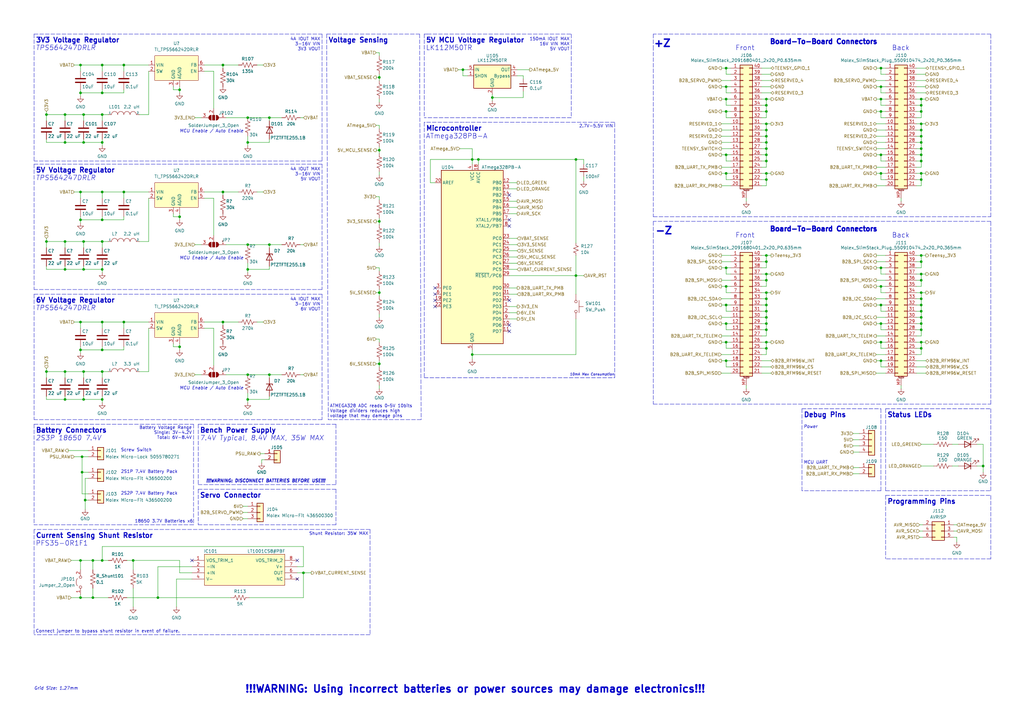
<source format=kicad_sch>
(kicad_sch (version 20211123) (generator eeschema)
  (paper "A3")
  (title_block (title "TARS MK4.1 Power Management Board") (date "2023-03-26") (rev "A") (company "Illinois Space Society") (comment 3 "David Zhang") (comment 4 "Contributors: Peter Giannetos, Eisha Peyyeti, Danny Guller, Rishi Patel, Spencer Siegellak, "))
  (junction (at 377.825 43.18))
  (junction (at 54.61 229.87))
  (junction (at 377.825 130.175))
  (junction (at 155.575 61.595))
  (junction (at 297.815 125.095))
  (junction (at 297.815 109.855))
  (junction (at 189.865 28.575))
  (junction (at 38.1 245.11))
  (junction (at 314.325 50.8))
  (junction (at 314.325 40.64))
  (junction (at 297.815 35.56))
  (junction (at 314.325 114.935))
  (junction (at 297.815 147.955))
  (junction (at 91.44 78.74))
  (junction (at 33.02 78.74))
  (junction (at 377.825 60.96))
  (junction (at 314.325 135.255))
  (junction (at 377.825 55.88))
  (junction (at 41.91 152.4))
  (junction (at 361.315 40.64))
  (junction (at 361.315 71.12))
  (junction (at 33.02 26.67))
  (junction (at 361.315 117.475))
  (junction (at 73.66 88.9))
  (junction (at 314.325 132.715))
  (junction (at 34.29 58.42))
  (junction (at 33.655 193.675))
  (junction (at 377.825 71.12))
  (junction (at 34.29 152.4))
  (junction (at 124.46 234.95))
  (junction (at 377.825 142.875))
  (junction (at 314.325 58.42))
  (junction (at 26.67 110.49))
  (junction (at 297.815 140.335))
  (junction (at 361.315 147.955))
  (junction (at 155.575 149.225))
  (junction (at 101.6 58.42))
  (junction (at 377.825 58.42))
  (junction (at 41.91 38.1))
  (junction (at 361.315 125.095))
  (junction (at 314.325 60.96))
  (junction (at 41.91 58.42))
  (junction (at 377.825 40.64))
  (junction (at 155.575 90.805))
  (junction (at 101.6 100.33))
  (junction (at 73.66 36.83))
  (junction (at 297.815 117.475))
  (junction (at 377.825 135.255))
  (junction (at 297.815 132.715))
  (junction (at 26.67 163.83))
  (junction (at 377.825 107.315))
  (junction (at 41.91 229.87))
  (junction (at 314.325 112.395))
  (junction (at 38.1 229.87))
  (junction (at 41.91 46.99))
  (junction (at 33.02 90.17))
  (junction (at 33.02 229.87))
  (junction (at 33.02 143.51))
  (junction (at 314.325 130.175))
  (junction (at 33.02 38.1))
  (junction (at 403.225 191.135))
  (junction (at 314.325 73.66))
  (junction (at 19.05 152.4))
  (junction (at 314.325 55.88))
  (junction (at 314.325 63.5))
  (junction (at 236.22 65.405))
  (junction (at 33.02 245.11))
  (junction (at 26.67 99.06))
  (junction (at 361.315 109.855))
  (junction (at 377.825 45.72))
  (junction (at 314.325 66.04))
  (junction (at 314.325 127.635))
  (junction (at 314.325 125.095))
  (junction (at 91.44 26.67))
  (junction (at 196.215 65.405))
  (junction (at 50.8 132.08))
  (junction (at 41.91 26.67))
  (junction (at 297.815 45.72))
  (junction (at 314.325 120.015))
  (junction (at 361.315 132.715))
  (junction (at 41.91 163.83))
  (junction (at 155.575 120.015))
  (junction (at 314.325 104.775))
  (junction (at 41.91 99.06))
  (junction (at 41.91 110.49))
  (junction (at 314.325 53.34))
  (junction (at 26.67 58.42))
  (junction (at 361.315 63.5))
  (junction (at 361.315 45.72))
  (junction (at 34.29 46.99))
  (junction (at 361.315 27.94))
  (junction (at 361.315 140.335))
  (junction (at 236.22 113.03))
  (junction (at 314.325 140.335))
  (junction (at 19.05 99.06))
  (junction (at 377.825 53.34))
  (junction (at 91.44 132.08))
  (junction (at 377.825 66.04))
  (junction (at 155.575 31.75))
  (junction (at 26.67 46.99))
  (junction (at 110.49 100.33))
  (junction (at 377.825 125.095))
  (junction (at 297.815 40.64))
  (junction (at 361.315 35.56))
  (junction (at 73.66 142.24))
  (junction (at 377.825 112.395))
  (junction (at 50.8 78.74))
  (junction (at 34.29 99.06))
  (junction (at 34.29 110.49))
  (junction (at 64.77 245.11))
  (junction (at 297.815 71.12))
  (junction (at 377.825 122.555))
  (junction (at 314.325 71.12))
  (junction (at 314.325 142.875))
  (junction (at 19.05 46.99))
  (junction (at 377.825 63.5))
  (junction (at 377.825 120.015))
  (junction (at 297.815 63.5))
  (junction (at 377.825 50.8))
  (junction (at 314.325 107.315))
  (junction (at 201.93 40.005))
  (junction (at 377.825 114.935))
  (junction (at 41.91 143.51))
  (junction (at 33.655 187.325))
  (junction (at 377.825 127.635))
  (junction (at 34.29 163.83))
  (junction (at 26.67 152.4))
  (junction (at 297.815 27.94))
  (junction (at 101.6 110.49))
  (junction (at 34.925 205.105))
  (junction (at 41.91 90.17))
  (junction (at 41.91 132.08))
  (junction (at 377.825 73.66))
  (junction (at 110.49 153.67))
  (junction (at 101.6 153.67))
  (junction (at 110.49 48.26))
  (junction (at 101.6 163.83))
  (junction (at 33.02 132.08))
  (junction (at 377.825 140.335))
  (junction (at 50.8 26.67))
  (junction (at 377.825 104.775))
  (junction (at 193.675 65.405))
  (junction (at 314.325 45.72))
  (junction (at 41.91 78.74))
  (junction (at 101.6 48.26))
  (junction (at 314.325 43.18))
  (junction (at 314.325 122.555))
  (junction (at 377.825 132.715))
  (junction (at 193.675 145.415))
  (no_connect (at 208.915 90.17))
  (no_connect (at 208.915 135.89))
  (no_connect (at 121.92 229.87))
  (no_connect (at 78.74 229.87))
  (no_connect (at 121.92 237.49))
  (no_connect (at 208.915 92.71))
  (no_connect (at 208.915 123.19))
  (no_connect (at 208.915 133.35))
  (no_connect (at 208.915 80.01))
  (no_connect (at 178.435 118.11))
  (no_connect (at 178.435 120.65))
  (no_connect (at 178.435 123.19))
  (no_connect (at 178.435 125.73))
  (wire (pts (xy 41.91 165.1) (xy 41.91 163.83)))
  (wire (pts (xy 361.315 117.475) (xy 363.22 117.475)))
  (wire (pts (xy 314.325 104.775) (xy 316.23 104.775)))
  (polyline (pts (xy 267.97 13.97) (xy 267.97 19.05)))
  (wire (pts (xy 19.05 163.83) (xy 19.05 162.56)))
  (wire (pts (xy 297.815 43.18) (xy 297.815 40.64)))
  (wire (pts (xy 314.325 71.12) (xy 312.42 71.12)))
  (wire (pts (xy 154.305 149.225) (xy 155.575 149.225)))
  (wire (pts (xy 295.91 153.035) (xy 299.72 153.035)))
  (wire (pts (xy 212.09 85.09) (xy 208.915 85.09)))
  (wire (pts (xy 41.91 26.67) (xy 41.91 29.21)))
  (polyline (pts (xy 363.22 201.295) (xy 406.4 201.295)))
  (polyline (pts (xy 137.795 215.265) (xy 81.28 215.265)))
  (wire (pts (xy 361.315 109.855) (xy 363.22 109.855)))
  (wire (pts (xy 41.91 38.1) (xy 50.8 38.1)))
  (wire (pts (xy 361.315 66.04) (xy 363.22 66.04)))
  (wire (pts (xy 33.02 243.84) (xy 33.02 245.11)))
  (wire (pts (xy 361.315 45.72) (xy 361.315 48.26)))
  (wire (pts (xy 115.57 100.33) (xy 110.49 100.33)))
  (wire (pts (xy 30.48 132.08) (xy 33.02 132.08)))
  (wire (pts (xy 299.72 27.94) (xy 297.815 27.94)))
  (wire (pts (xy 50.8 81.28) (xy 50.8 78.74)))
  (wire (pts (xy 99.695 207.645) (xy 101.6 207.645)))
  (wire (pts (xy 314.325 112.395) (xy 312.42 112.395)))
  (wire (pts (xy 314.325 40.64) (xy 312.42 40.64)))
  (wire (pts (xy 121.92 234.95) (xy 124.46 234.95)))
  (wire (pts (xy 377.825 58.42) (xy 377.825 60.96)))
  (wire (pts (xy 155.575 60.325) (xy 155.575 61.595)))
  (wire (pts (xy 312.42 147.955) (xy 316.23 147.955)))
  (polyline (pts (xy 267.97 165.735) (xy 406.4 165.735)))
  (polyline (pts (xy 328.93 167.64) (xy 361.315 167.64)))
  (wire (pts (xy 34.29 57.15) (xy 34.29 58.42)))
  (wire (pts (xy 361.315 30.48) (xy 363.22 30.48)))
  (wire (pts (xy 391.16 215.265) (xy 392.43 215.265)))
  (polyline (pts (xy 361.315 201.295) (xy 328.93 201.295)))
  (polyline (pts (xy 363.22 167.64) (xy 363.22 201.295)))
  (wire (pts (xy 314.325 120.015) (xy 312.42 120.015)))
  (wire (pts (xy 91.44 26.67) (xy 97.79 26.67)))
  (wire (pts (xy 73.66 142.24) (xy 73.66 140.97)))
  (wire (pts (xy 208.915 107.95) (xy 212.09 107.95)))
  (wire (pts (xy 236.22 130.81) (xy 236.22 145.415)))
  (wire (pts (xy 314.325 142.875) (xy 312.42 142.875)))
  (wire (pts (xy 101.6 100.33) (xy 110.49 100.33)))
  (wire (pts (xy 212.09 87.63) (xy 208.915 87.63)))
  (polyline (pts (xy 151.765 260.35) (xy 13.97 260.35)))
  (wire (pts (xy 19.05 58.42) (xy 26.67 58.42)))
  (wire (pts (xy 377.825 55.88) (xy 375.92 55.88)))
  (wire (pts (xy 41.91 57.15) (xy 41.91 58.42)))
  (wire (pts (xy 155.575 99.695) (xy 155.575 100.965)))
  (wire (pts (xy 295.91 117.475) (xy 297.815 117.475)))
  (wire (pts (xy 33.02 38.1) (xy 41.91 38.1)))
  (wire (pts (xy 375.92 33.02) (xy 379.73 33.02)))
  (wire (pts (xy 91.44 26.67) (xy 91.44 27.94)))
  (polyline (pts (xy 13.97 67.31) (xy 13.97 118.745)))
  (wire (pts (xy 19.05 99.06) (xy 26.67 99.06)))
  (wire (pts (xy 312.42 35.56) (xy 316.23 35.56)))
  (wire (pts (xy 38.1 245.11) (xy 44.45 245.11)))
  (wire (pts (xy 19.05 110.49) (xy 19.05 109.22)))
  (wire (pts (xy 314.325 127.635) (xy 312.42 127.635)))
  (wire (pts (xy 33.02 38.1) (xy 33.02 39.37)))
  (wire (pts (xy 193.675 145.415) (xy 236.22 145.415)))
  (polyline (pts (xy 267.97 95.885) (xy 267.97 165.735)))
  (wire (pts (xy 101.6 163.83) (xy 101.6 165.1)))
  (polyline (pts (xy 234.315 13.97) (xy 234.315 48.26)))
  (wire (pts (xy 361.315 109.855) (xy 361.315 112.395)))
  (wire (pts (xy 314.325 107.315) (xy 314.325 109.855)))
  (wire (pts (xy 314.325 109.855) (xy 312.42 109.855)))
  (wire (pts (xy 361.315 117.475) (xy 361.315 120.015)))
  (wire (pts (xy 314.325 132.715) (xy 314.325 135.255)))
  (wire (pts (xy 299.72 120.015) (xy 297.815 120.015)))
  (wire (pts (xy 295.91 140.335) (xy 297.815 140.335)))
  (wire (pts (xy 41.91 224.155) (xy 124.46 224.155)))
  (wire (pts (xy 30.48 78.74) (xy 33.02 78.74)))
  (wire (pts (xy 27.94 184.785) (xy 36.195 184.785)))
  (wire (pts (xy 314.325 107.315) (xy 312.42 107.315)))
  (wire (pts (xy 377.825 107.315) (xy 375.92 107.315)))
  (wire (pts (xy 60.96 81.28) (xy 60.96 99.06)))
  (wire (pts (xy 377.825 137.795) (xy 375.92 137.795)))
  (wire (pts (xy 377.825 71.12) (xy 375.92 71.12)))
  (polyline (pts (xy 267.97 88.9) (xy 406.4 88.9)))
  (wire (pts (xy 314.325 122.555) (xy 312.42 122.555)))
  (wire (pts (xy 314.325 55.88) (xy 312.42 55.88)))
  (wire (pts (xy 377.825 76.2) (xy 375.92 76.2)))
  (wire (pts (xy 392.43 217.805) (xy 391.16 217.805)))
  (wire (pts (xy 123.19 48.26) (xy 124.46 48.26)))
  (wire (pts (xy 299.72 135.255) (xy 297.815 135.255)))
  (wire (pts (xy 236.22 113.03) (xy 236.22 120.65)))
  (wire (pts (xy 34.29 46.99) (xy 41.91 46.99)))
  (wire (pts (xy 29.21 229.87) (xy 33.02 229.87)))
  (wire (pts (xy 80.01 100.33) (xy 82.55 100.33)))
  (wire (pts (xy 297.815 38.1) (xy 299.72 38.1)))
  (wire (pts (xy 314.325 140.335) (xy 316.23 140.335)))
  (polyline (pts (xy 267.97 90.805) (xy 267.97 95.885)))
  (polyline (pts (xy 132.08 118.745) (xy 13.97 118.745)))
  (wire (pts (xy 33.02 143.51) (xy 33.02 144.78)))
  (wire (pts (xy 377.825 48.26) (xy 375.92 48.26)))
  (wire (pts (xy 377.825 45.72) (xy 375.92 45.72)))
  (wire (pts (xy 377.825 122.555) (xy 375.92 122.555)))
  (wire (pts (xy 36.195 187.325) (xy 33.655 187.325)))
  (wire (pts (xy 33.02 229.87) (xy 33.02 233.68)))
  (wire (pts (xy 236.22 65.405) (xy 196.215 65.405)))
  (wire (pts (xy 314.325 120.015) (xy 314.325 122.555)))
  (wire (pts (xy 297.815 112.395) (xy 299.72 112.395)))
  (wire (pts (xy 154.305 61.595) (xy 155.575 61.595)))
  (wire (pts (xy 377.825 140.335) (xy 379.73 140.335)))
  (wire (pts (xy 359.41 140.335) (xy 361.315 140.335)))
  (wire (pts (xy 208.915 110.49) (xy 212.09 110.49)))
  (wire (pts (xy 377.825 50.8) (xy 375.92 50.8)))
  (wire (pts (xy 361.315 142.875) (xy 363.22 142.875)))
  (wire (pts (xy 193.675 145.415) (xy 193.675 147.32)))
  (wire (pts (xy 123.19 153.67) (xy 124.46 153.67)))
  (wire (pts (xy 377.825 63.5) (xy 375.92 63.5)))
  (wire (pts (xy 155.575 80.645) (xy 154.305 80.645)))
  (wire (pts (xy 155.575 31.75) (xy 155.575 33.02)))
  (wire (pts (xy 379.73 50.8) (xy 377.825 50.8)))
  (polyline (pts (xy 13.97 120.65) (xy 13.97 172.085)))
  (wire (pts (xy 60.96 99.06) (xy 57.15 99.06)))
  (wire (pts (xy 314.325 48.26) (xy 312.42 48.26)))
  (wire (pts (xy 212.09 128.27) (xy 208.915 128.27)))
  (polyline (pts (xy 132.08 13.97) (xy 132.08 66.04)))
  (wire (pts (xy 26.67 99.06) (xy 34.29 99.06)))
  (wire (pts (xy 314.325 104.775) (xy 314.325 107.315)))
  (wire (pts (xy 50.8 29.21) (xy 50.8 26.67)))
  (wire (pts (xy 239.395 72.39) (xy 239.395 74.295)))
  (wire (pts (xy 91.44 78.74) (xy 97.79 78.74)))
  (polyline (pts (xy 137.795 198.755) (xy 81.28 198.755)))
  (wire (pts (xy 377.825 43.18) (xy 377.825 45.72)))
  (wire (pts (xy 297.815 35.56) (xy 299.72 35.56)))
  (wire (pts (xy 295.91 45.72) (xy 297.815 45.72)))
  (wire (pts (xy 92.71 100.33) (xy 101.6 100.33)))
  (wire (pts (xy 101.6 58.42) (xy 101.6 55.88)))
  (wire (pts (xy 314.325 140.335) (xy 312.42 140.335)))
  (wire (pts (xy 359.41 27.94) (xy 361.315 27.94)))
  (wire (pts (xy 212.09 28.575) (xy 217.17 28.575)))
  (wire (pts (xy 212.09 100.33) (xy 208.915 100.33)))
  (wire (pts (xy 400.685 191.135) (xy 403.225 191.135)))
  (wire (pts (xy 41.91 224.155) (xy 41.91 229.87)))
  (wire (pts (xy 297.815 40.64) (xy 299.72 40.64)))
  (wire (pts (xy 91.44 132.08) (xy 97.79 132.08)))
  (wire (pts (xy 369.57 158.115) (xy 369.57 159.385)))
  (wire (pts (xy 154.305 31.75) (xy 155.575 31.75)))
  (wire (pts (xy 155.575 81.915) (xy 155.575 80.645)))
  (wire (pts (xy 361.315 140.335) (xy 363.22 140.335)))
  (wire (pts (xy 214.63 31.115) (xy 214.63 32.385)))
  (polyline (pts (xy 363.22 203.2) (xy 406.4 203.2)))
  (wire (pts (xy 295.91 33.02) (xy 299.72 33.02)))
  (wire (pts (xy 361.315 63.5) (xy 363.22 63.5)))
  (wire (pts (xy 377.19 215.265) (xy 378.46 215.265)))
  (wire (pts (xy 110.49 154.94) (xy 110.49 153.67)))
  (polyline (pts (xy 132.08 67.31) (xy 132.08 118.745)))
  (wire (pts (xy 314.325 104.775) (xy 312.42 104.775)))
  (wire (pts (xy 87.63 29.21) (xy 87.63 44.45)))
  (wire (pts (xy 26.67 162.56) (xy 26.67 163.83)))
  (wire (pts (xy 91.44 78.74) (xy 91.44 80.01)))
  (wire (pts (xy 295.91 109.855) (xy 297.815 109.855)))
  (wire (pts (xy 41.91 78.74) (xy 50.8 78.74)))
  (wire (pts (xy 377.825 132.715) (xy 377.825 135.255)))
  (wire (pts (xy 377.825 130.175) (xy 377.825 132.715)))
  (wire (pts (xy 377.825 140.335) (xy 375.92 140.335)))
  (wire (pts (xy 359.41 35.56) (xy 361.315 35.56)))
  (wire (pts (xy 359.41 132.715) (xy 361.315 132.715)))
  (wire (pts (xy 52.07 229.87) (xy 54.61 229.87)))
  (wire (pts (xy 124.46 224.155) (xy 124.46 232.41)))
  (wire (pts (xy 155.575 40.64) (xy 155.575 41.91)))
  (wire (pts (xy 33.655 193.675) (xy 33.655 202.565)))
  (wire (pts (xy 359.41 107.315) (xy 363.22 107.315)))
  (wire (pts (xy 361.315 147.955) (xy 361.315 150.495)))
  (wire (pts (xy 155.575 22.86) (xy 155.575 21.59)))
  (wire (pts (xy 26.67 49.53) (xy 26.67 46.99)))
  (wire (pts (xy 212.09 125.73) (xy 208.915 125.73)))
  (polyline (pts (xy 406.4 13.97) (xy 267.97 13.97)))
  (wire (pts (xy 359.41 147.955) (xy 361.315 147.955)))
  (wire (pts (xy 41.91 88.9) (xy 41.91 90.17)))
  (wire (pts (xy 359.41 76.2) (xy 363.22 76.2)))
  (wire (pts (xy 73.66 229.87) (xy 73.66 234.95)))
  (polyline (pts (xy 406.4 90.805) (xy 267.97 90.805)))
  (wire (pts (xy 155.575 109.855) (xy 154.305 109.855)))
  (wire (pts (xy 295.91 63.5) (xy 297.815 63.5)))
  (wire (pts (xy 359.41 53.34) (xy 363.22 53.34)))
  (wire (pts (xy 33.655 193.675) (xy 36.195 193.675)))
  (wire (pts (xy 377.825 130.175) (xy 375.92 130.175)))
  (wire (pts (xy 314.325 63.5) (xy 314.325 66.04)))
  (wire (pts (xy 208.915 118.11) (xy 212.09 118.11)))
  (wire (pts (xy 359.41 137.795) (xy 363.22 137.795)))
  (wire (pts (xy 101.6 110.49) (xy 101.6 107.95)))
  (wire (pts (xy 83.82 134.62) (xy 87.63 134.62)))
  (wire (pts (xy 314.325 66.04) (xy 312.42 66.04)))
  (wire (pts (xy 83.82 132.08) (xy 91.44 132.08)))
  (wire (pts (xy 297.815 127.635) (xy 297.815 125.095)))
  (wire (pts (xy 349.885 180.34) (xy 352.425 180.34)))
  (wire (pts (xy 73.66 36.83) (xy 73.66 38.1)))
  (wire (pts (xy 297.815 27.94) (xy 297.815 30.48)))
  (wire (pts (xy 26.67 152.4) (xy 34.29 152.4)))
  (wire (pts (xy 359.41 33.02) (xy 363.22 33.02)))
  (wire (pts (xy 110.49 162.56) (xy 110.49 163.83)))
  (wire (pts (xy 314.325 50.8) (xy 312.42 50.8)))
  (polyline (pts (xy 81.28 173.99) (xy 81.28 198.755)))
  (wire (pts (xy 361.315 127.635) (xy 363.22 127.635)))
  (wire (pts (xy 377.825 132.715) (xy 375.92 132.715)))
  (wire (pts (xy 193.675 65.405) (xy 193.675 67.31)))
  (wire (pts (xy 361.315 135.255) (xy 363.22 135.255)))
  (wire (pts (xy 41.91 229.87) (xy 44.45 229.87)))
  (polyline (pts (xy 363.22 167.64) (xy 406.4 167.64)))
  (wire (pts (xy 312.42 27.94) (xy 316.23 27.94)))
  (wire (pts (xy 361.315 40.64) (xy 363.22 40.64)))
  (wire (pts (xy 26.67 110.49) (xy 34.29 110.49)))
  (wire (pts (xy 314.325 43.18) (xy 312.42 43.18)))
  (wire (pts (xy 375.92 35.56) (xy 379.73 35.56)))
  (wire (pts (xy 390.525 182.245) (xy 393.065 182.245)))
  (wire (pts (xy 19.05 163.83) (xy 26.67 163.83)))
  (wire (pts (xy 314.325 114.935) (xy 312.42 114.935)))
  (wire (pts (xy 375.92 30.48) (xy 379.73 30.48)))
  (wire (pts (xy 71.12 36.83) (xy 73.66 36.83)))
  (wire (pts (xy 377.825 112.395) (xy 375.92 112.395)))
  (wire (pts (xy 101.6 153.67) (xy 110.49 153.67)))
  (wire (pts (xy 30.48 187.325) (xy 33.655 187.325)))
  (wire (pts (xy 176.53 74.93) (xy 176.53 65.405)))
  (wire (pts (xy 155.575 139.065) (xy 154.305 139.065)))
  (wire (pts (xy 297.815 30.48) (xy 299.72 30.48)))
  (wire (pts (xy 33.02 90.17) (xy 33.02 91.44)))
  (wire (pts (xy 299.72 142.875) (xy 297.815 142.875)))
  (wire (pts (xy 377.825 60.96) (xy 377.825 63.5)))
  (wire (pts (xy 295.91 35.56) (xy 297.815 35.56)))
  (wire (pts (xy 314.325 53.34) (xy 312.42 53.34)))
  (polyline (pts (xy 132.08 66.04) (xy 13.97 66.04)))
  (wire (pts (xy 110.49 110.49) (xy 101.6 110.49)))
  (polyline (pts (xy 13.97 217.17) (xy 13.97 260.35)))
  (wire (pts (xy 239.395 65.405) (xy 236.22 65.405)))
  (wire (pts (xy 359.41 125.095) (xy 361.315 125.095)))
  (wire (pts (xy 73.66 36.83) (xy 73.66 35.56)))
  (wire (pts (xy 314.325 145.415) (xy 312.42 145.415)))
  (wire (pts (xy 314.325 112.395) (xy 316.23 112.395)))
  (wire (pts (xy 71.12 142.24) (xy 73.66 142.24)))
  (wire (pts (xy 80.01 153.67) (xy 82.55 153.67)))
  (wire (pts (xy 299.72 150.495) (xy 297.815 150.495)))
  (wire (pts (xy 361.315 112.395) (xy 363.22 112.395)))
  (wire (pts (xy 314.325 40.64) (xy 316.23 40.64)))
  (wire (pts (xy 212.09 130.81) (xy 208.915 130.81)))
  (wire (pts (xy 73.66 234.95) (xy 78.74 234.95)))
  (polyline (pts (xy 328.93 167.64) (xy 328.93 201.295)))
  (wire (pts (xy 26.67 58.42) (xy 34.29 58.42)))
  (wire (pts (xy 314.325 60.96) (xy 314.325 63.5)))
  (wire (pts (xy 295.91 114.935) (xy 299.72 114.935)))
  (wire (pts (xy 101.6 58.42) (xy 101.6 59.69)))
  (wire (pts (xy 26.67 101.6) (xy 26.67 99.06)))
  (wire (pts (xy 41.91 111.76) (xy 41.91 110.49)))
  (wire (pts (xy 99.695 210.185) (xy 101.6 210.185)))
  (wire (pts (xy 155.575 149.225) (xy 155.575 150.495)))
  (wire (pts (xy 78.74 237.49) (xy 72.39 237.49)))
  (wire (pts (xy 60.96 78.74) (xy 50.8 78.74)))
  (polyline (pts (xy 267.97 19.05) (xy 267.97 88.9)))
  (wire (pts (xy 377.825 114.935) (xy 375.92 114.935)))
  (wire (pts (xy 377.825 125.095) (xy 375.92 125.095)))
  (polyline (pts (xy 406.4 165.735) (xy 406.4 90.805)))
  (wire (pts (xy 201.93 40.005) (xy 201.93 41.275)))
  (wire (pts (xy 71.12 35.56) (xy 71.12 36.83)))
  (wire (pts (xy 314.325 58.42) (xy 312.42 58.42)))
  (wire (pts (xy 212.09 102.87) (xy 208.915 102.87)))
  (wire (pts (xy 105.41 132.08) (xy 107.95 132.08)))
  (wire (pts (xy 363.22 27.94) (xy 361.315 27.94)))
  (wire (pts (xy 295.91 145.415) (xy 299.72 145.415)))
  (wire (pts (xy 359.41 55.88) (xy 363.22 55.88)))
  (wire (pts (xy 359.41 114.935) (xy 363.22 114.935)))
  (wire (pts (xy 295.91 55.88) (xy 299.72 55.88)))
  (wire (pts (xy 33.02 29.21) (xy 33.02 26.67)))
  (wire (pts (xy 377.825 40.64) (xy 375.92 40.64)))
  (wire (pts (xy 295.91 125.095) (xy 297.815 125.095)))
  (wire (pts (xy 33.02 229.87) (xy 38.1 229.87)))
  (wire (pts (xy 41.91 132.08) (xy 50.8 132.08)))
  (wire (pts (xy 306.07 81.28) (xy 306.07 82.55)))
  (wire (pts (xy 314.325 127.635) (xy 314.325 130.175)))
  (wire (pts (xy 314.325 114.935) (xy 314.325 117.475)))
  (wire (pts (xy 312.42 38.1) (xy 316.23 38.1)))
  (polyline (pts (xy 406.4 203.2) (xy 406.4 229.235)))
  (wire (pts (xy 316.23 50.8) (xy 314.325 50.8)))
  (wire (pts (xy 60.96 134.62) (xy 60.96 152.4)))
  (wire (pts (xy 34.29 109.22) (xy 34.29 110.49)))
  (wire (pts (xy 297.815 125.095) (xy 299.72 125.095)))
  (wire (pts (xy 349.885 191.77) (xy 352.425 191.77)))
  (wire (pts (xy 314.325 135.255) (xy 314.325 137.795)))
  (wire (pts (xy 101.6 110.49) (xy 101.6 111.76)))
  (wire (pts (xy 34.925 196.215) (xy 36.195 196.215)))
  (wire (pts (xy 295.91 76.2) (xy 299.72 76.2)))
  (wire (pts (xy 361.315 132.715) (xy 363.22 132.715)))
  (wire (pts (xy 314.325 73.66) (xy 312.42 73.66)))
  (wire (pts (xy 34.29 152.4) (xy 41.91 152.4)))
  (wire (pts (xy 297.815 117.475) (xy 297.815 120.015)))
  (wire (pts (xy 212.09 31.115) (xy 214.63 31.115)))
  (wire (pts (xy 377.825 55.88) (xy 377.825 58.42)))
  (wire (pts (xy 295.91 50.8) (xy 299.72 50.8)))
  (wire (pts (xy 314.325 125.095) (xy 314.325 127.635)))
  (wire (pts (xy 349.885 177.8) (xy 352.425 177.8)))
  (wire (pts (xy 314.325 68.58) (xy 312.42 68.58)))
  (wire (pts (xy 83.82 78.74) (xy 91.44 78.74)))
  (wire (pts (xy 314.325 112.395) (xy 314.325 114.935)))
  (wire (pts (xy 19.05 46.99) (xy 26.67 46.99)))
  (wire (pts (xy 41.91 143.51) (xy 50.8 143.51)))
  (wire (pts (xy 295.91 58.42) (xy 299.72 58.42)))
  (wire (pts (xy 314.325 45.72) (xy 314.325 48.26)))
  (wire (pts (xy 19.05 49.53) (xy 19.05 46.99)))
  (wire (pts (xy 26.67 163.83) (xy 34.29 163.83)))
  (wire (pts (xy 19.05 152.4) (xy 26.67 152.4)))
  (wire (pts (xy 359.41 63.5) (xy 361.315 63.5)))
  (polyline (pts (xy 173.99 13.97) (xy 173.99 48.26)))
  (wire (pts (xy 38.1 245.11) (xy 33.02 245.11)))
  (wire (pts (xy 188.595 60.96) (xy 193.675 60.96)))
  (wire (pts (xy 92.71 153.67) (xy 101.6 153.67)))
  (wire (pts (xy 54.61 229.87) (xy 54.61 233.68)))
  (wire (pts (xy 297.815 63.5) (xy 297.815 66.04)))
  (polyline (pts (xy 13.97 173.99) (xy 79.375 173.99)))
  (wire (pts (xy 295.91 132.715) (xy 297.815 132.715)))
  (wire (pts (xy 33.655 187.325) (xy 33.655 193.675)))
  (wire (pts (xy 201.93 40.005) (xy 214.63 40.005)))
  (wire (pts (xy 30.48 26.67) (xy 33.02 26.67)))
  (wire (pts (xy 314.325 122.555) (xy 314.325 125.095)))
  (wire (pts (xy 314.325 76.2) (xy 312.42 76.2)))
  (polyline (pts (xy 234.315 48.26) (xy 173.99 48.26)))
  (wire (pts (xy 297.815 73.66) (xy 299.72 73.66)))
  (wire (pts (xy 50.8 36.83) (xy 50.8 38.1)))
  (wire (pts (xy 26.67 46.99) (xy 34.29 46.99)))
  (polyline (pts (xy 406.4 88.9) (xy 406.4 13.97)))
  (wire (pts (xy 295.91 27.94) (xy 297.815 27.94)))
  (wire (pts (xy 295.91 68.58) (xy 299.72 68.58)))
  (wire (pts (xy 359.41 71.12) (xy 361.315 71.12)))
  (wire (pts (xy 377.825 40.64) (xy 379.73 40.64)))
  (polyline (pts (xy 172.085 13.97) (xy 172.72 172.085)))
  (wire (pts (xy 41.91 36.83) (xy 41.91 38.1)))
  (wire (pts (xy 377.825 142.875) (xy 375.92 142.875)))
  (wire (pts (xy 377.825 68.58) (xy 375.92 68.58)))
  (wire (pts (xy 41.91 59.69) (xy 41.91 58.42)))
  (wire (pts (xy 377.19 220.345) (xy 378.46 220.345)))
  (wire (pts (xy 99.695 212.725) (xy 101.6 212.725)))
  (polyline (pts (xy 173.99 154.94) (xy 252.095 154.94)))
  (wire (pts (xy 297.815 63.5) (xy 299.72 63.5)))
  (wire (pts (xy 50.8 88.9) (xy 50.8 90.17)))
  (wire (pts (xy 107.315 188.595) (xy 107.315 189.865)))
  (wire (pts (xy 361.315 63.5) (xy 361.315 66.04)))
  (wire (pts (xy 60.96 132.08) (xy 50.8 132.08)))
  (wire (pts (xy 34.29 110.49) (xy 41.91 110.49)))
  (wire (pts (xy 297.815 45.72) (xy 299.72 45.72)))
  (wire (pts (xy 212.09 82.55) (xy 208.915 82.55)))
  (wire (pts (xy 33.02 36.83) (xy 33.02 38.1)))
  (wire (pts (xy 361.315 71.12) (xy 361.315 73.66)))
  (wire (pts (xy 105.41 78.74) (xy 107.95 78.74)))
  (wire (pts (xy 214.63 37.465) (xy 214.63 40.005)))
  (wire (pts (xy 155.575 61.595) (xy 155.575 62.865)))
  (polyline (pts (xy 132.08 120.65) (xy 132.08 172.085)))
  (wire (pts (xy 105.41 26.67) (xy 107.95 26.67)))
  (wire (pts (xy 176.53 65.405) (xy 193.675 65.405)))
  (wire (pts (xy 19.05 154.94) (xy 19.05 152.4)))
  (wire (pts (xy 239.395 67.31) (xy 239.395 65.405)))
  (polyline (pts (xy 173.99 50.165) (xy 173.99 154.94)))
  (wire (pts (xy 110.49 163.83) (xy 101.6 163.83)))
  (wire (pts (xy 361.315 150.495) (xy 363.22 150.495)))
  (wire (pts (xy 34.29 49.53) (xy 34.29 46.99)))
  (wire (pts (xy 377.825 71.12) (xy 377.825 73.66)))
  (wire (pts (xy 377.825 71.12) (xy 379.73 71.12)))
  (wire (pts (xy 361.315 125.095) (xy 361.315 127.635)))
  (wire (pts (xy 64.77 232.41) (xy 64.77 245.11)))
  (wire (pts (xy 19.05 152.4) (xy 19.05 151.13)))
  (wire (pts (xy 41.91 49.53) (xy 41.91 46.99)))
  (wire (pts (xy 314.325 140.335) (xy 314.325 142.875)))
  (wire (pts (xy 363.22 43.18) (xy 361.315 43.18)))
  (wire (pts (xy 191.77 31.115) (xy 189.865 31.115)))
  (wire (pts (xy 359.41 68.58) (xy 363.22 68.58)))
  (polyline (pts (xy 175.26 13.97) (xy 234.315 13.97)))
  (wire (pts (xy 392.43 220.345) (xy 392.43 222.25)))
  (polyline (pts (xy 172.72 172.085) (xy 134.62 172.085)))
  (wire (pts (xy 178.435 74.93) (xy 176.53 74.93)))
  (wire (pts (xy 377.825 53.34) (xy 375.92 53.34)))
  (wire (pts (xy 212.09 97.79) (xy 208.915 97.79)))
  (wire (pts (xy 375.92 153.035) (xy 379.73 153.035)))
  (wire (pts (xy 26.67 57.15) (xy 26.67 58.42)))
  (wire (pts (xy 297.815 109.855) (xy 299.72 109.855)))
  (wire (pts (xy 377.825 73.66) (xy 377.825 76.2)))
  (wire (pts (xy 110.49 49.53) (xy 110.49 48.26)))
  (wire (pts (xy 33.02 78.74) (xy 41.91 78.74)))
  (wire (pts (xy 60.96 29.21) (xy 60.96 46.99)))
  (wire (pts (xy 377.825 45.72) (xy 377.825 48.26)))
  (wire (pts (xy 377.825 40.64) (xy 377.825 43.18)))
  (wire (pts (xy 60.96 26.67) (xy 50.8 26.67)))
  (wire (pts (xy 297.815 71.12) (xy 297.815 73.66)))
  (wire (pts (xy 314.325 50.8) (xy 314.325 53.34)))
  (wire (pts (xy 196.215 65.405) (xy 196.215 67.31)))
  (wire (pts (xy 34.29 58.42) (xy 41.91 58.42)))
  (wire (pts (xy 361.315 132.715) (xy 361.315 135.255)))
  (wire (pts (xy 236.22 104.775) (xy 236.22 113.03)))
  (polyline (pts (xy 81.28 173.99) (xy 137.795 173.99)))
  (wire (pts (xy 377.825 120.015) (xy 375.92 120.015)))
  (wire (pts (xy 34.925 205.105) (xy 36.195 205.105)))
  (wire (pts (xy 64.77 232.41) (xy 78.74 232.41)))
  (wire (pts (xy 361.315 43.18) (xy 361.315 40.64)))
  (wire (pts (xy 359.41 60.96) (xy 363.22 60.96)))
  (wire (pts (xy 314.325 71.12) (xy 314.325 73.66)))
  (wire (pts (xy 361.315 27.94) (xy 361.315 30.48)))
  (wire (pts (xy 314.325 137.795) (xy 312.42 137.795)))
  (wire (pts (xy 187.96 28.575) (xy 189.865 28.575)))
  (wire (pts (xy 50.8 142.24) (xy 50.8 143.51)))
  (wire (pts (xy 361.315 71.12) (xy 363.22 71.12)))
  (wire (pts (xy 349.885 194.31) (xy 352.425 194.31)))
  (wire (pts (xy 54.61 229.87) (xy 73.66 229.87)))
  (wire (pts (xy 72.39 237.49) (xy 72.39 248.92)))
  (wire (pts (xy 19.05 46.99) (xy 19.05 45.72)))
  (wire (pts (xy 377.825 191.135) (xy 382.905 191.135)))
  (wire (pts (xy 110.49 109.22) (xy 110.49 110.49)))
  (wire (pts (xy 314.325 120.015) (xy 316.23 120.015)))
  (wire (pts (xy 83.82 26.67) (xy 91.44 26.67)))
  (wire (pts (xy 377.825 66.04) (xy 377.825 68.58)))
  (wire (pts (xy 297.815 135.255) (xy 297.815 132.715)))
  (wire (pts (xy 41.91 132.08) (xy 41.91 134.62)))
  (wire (pts (xy 83.82 81.28) (xy 87.63 81.28)))
  (wire (pts (xy 297.815 35.56) (xy 297.815 38.1)))
  (wire (pts (xy 92.71 48.26) (xy 101.6 48.26)))
  (wire (pts (xy 349.885 185.42) (xy 352.425 185.42)))
  (wire (pts (xy 314.325 135.255) (xy 312.42 135.255)))
  (wire (pts (xy 391.16 220.345) (xy 392.43 220.345)))
  (wire (pts (xy 314.325 125.095) (xy 312.42 125.095)))
  (wire (pts (xy 377.825 135.255) (xy 377.825 137.795)))
  (wire (pts (xy 34.925 205.105) (xy 34.925 196.215)))
  (wire (pts (xy 403.225 191.135) (xy 403.225 193.675)))
  (polyline (pts (xy 133.985 13.97) (xy 134.62 172.085)))
  (wire (pts (xy 297.815 147.955) (xy 299.72 147.955)))
  (wire (pts (xy 189.865 28.575) (xy 191.77 28.575)))
  (wire (pts (xy 41.91 99.06) (xy 44.45 99.06)))
  (wire (pts (xy 375.92 38.1) (xy 379.73 38.1)))
  (wire (pts (xy 377.825 140.335) (xy 377.825 142.875)))
  (wire (pts (xy 80.01 48.26) (xy 82.55 48.26)))
  (polyline (pts (xy 252.095 50.165) (xy 173.99 50.165)))
  (wire (pts (xy 33.02 245.11) (xy 29.21 245.11)))
  (wire (pts (xy 34.29 101.6) (xy 34.29 99.06)))
  (wire (pts (xy 295.91 104.775) (xy 299.72 104.775)))
  (wire (pts (xy 314.325 45.72) (xy 312.42 45.72)))
  (wire (pts (xy 115.57 153.67) (xy 110.49 153.67)))
  (wire (pts (xy 201.93 38.735) (xy 201.93 40.005)))
  (wire (pts (xy 359.41 104.775) (xy 363.22 104.775)))
  (wire (pts (xy 41.91 109.22) (xy 41.91 110.49)))
  (wire (pts (xy 107.315 188.595) (xy 108.585 188.595)))
  (wire (pts (xy 102.235 245.11) (xy 124.46 245.11)))
  (wire (pts (xy 314.325 53.34) (xy 314.325 55.88)))
  (wire (pts (xy 73.66 142.24) (xy 73.66 143.51)))
  (wire (pts (xy 155.575 70.485) (xy 155.575 71.755)))
  (wire (pts (xy 377.825 53.34) (xy 377.825 55.88)))
  (wire (pts (xy 377.825 107.315) (xy 377.825 109.855)))
  (wire (pts (xy 155.575 111.125) (xy 155.575 109.855)))
  (wire (pts (xy 390.525 191.135) (xy 393.065 191.135)))
  (wire (pts (xy 33.02 143.51) (xy 41.91 143.51)))
  (wire (pts (xy 314.325 58.42) (xy 314.325 60.96)))
  (polyline (pts (xy 81.28 200.66) (xy 81.28 215.265)))
  (polyline (pts (xy 13.97 120.65) (xy 132.08 120.65)))
  (wire (pts (xy 54.61 241.3) (xy 54.61 248.92)))
  (wire (pts (xy 297.815 140.335) (xy 299.72 140.335)))
  (wire (pts (xy 155.575 128.905) (xy 155.575 130.175)))
  (wire (pts (xy 361.315 35.56) (xy 363.22 35.56)))
  (wire (pts (xy 101.6 48.26) (xy 110.49 48.26)))
  (wire (pts (xy 19.05 101.6) (xy 19.05 99.06)))
  (wire (pts (xy 60.96 46.99) (xy 57.15 46.99)))
  (wire (pts (xy 33.02 134.62) (xy 33.02 132.08)))
  (wire (pts (xy 26.67 154.94) (xy 26.67 152.4)))
  (wire (pts (xy 361.315 35.56) (xy 361.315 38.1)))
  (wire (pts (xy 73.66 88.9) (xy 73.66 90.17)))
  (wire (pts (xy 377.825 104.775) (xy 375.92 104.775)))
  (polyline (pts (xy 13.97 67.31) (xy 132.08 67.31)))
  (wire (pts (xy 377.825 117.475) (xy 375.92 117.475)))
  (wire (pts (xy 38.1 241.3) (xy 38.1 245.11)))
  (wire (pts (xy 41.91 154.94) (xy 41.91 152.4)))
  (wire (pts (xy 403.225 182.245) (xy 403.225 191.135)))
  (wire (pts (xy 377.825 182.245) (xy 382.905 182.245)))
  (wire (pts (xy 314.325 117.475) (xy 312.42 117.475)))
  (wire (pts (xy 124.46 232.41) (xy 121.92 232.41)))
  (wire (pts (xy 208.915 113.03) (xy 236.22 113.03)))
  (wire (pts (xy 34.29 163.83) (xy 41.91 163.83)))
  (wire (pts (xy 314.325 73.66) (xy 314.325 76.2)))
  (wire (pts (xy 110.49 58.42) (xy 101.6 58.42)))
  (wire (pts (xy 377.825 112.395) (xy 377.825 114.935)))
  (wire (pts (xy 295.91 137.795) (xy 299.72 137.795)))
  (wire (pts (xy 91.44 132.08) (xy 91.44 133.35)))
  (wire (pts (xy 377.19 217.805) (xy 378.46 217.805)))
  (wire (pts (xy 377.825 120.015) (xy 379.73 120.015)))
  (polyline (pts (xy 173.99 13.97) (xy 175.26 13.97)))
  (wire (pts (xy 33.02 142.24) (xy 33.02 143.51)))
  (wire (pts (xy 361.315 48.26) (xy 363.22 48.26)))
  (polyline (pts (xy 151.765 217.17) (xy 151.765 260.35)))
  (wire (pts (xy 87.63 81.28) (xy 87.63 96.52)))
  (polyline (pts (xy 133.985 13.97) (xy 172.085 13.97)))
  (wire (pts (xy 295.91 71.12) (xy 297.815 71.12)))
  (wire (pts (xy 154.305 90.805) (xy 155.575 90.805)))
  (wire (pts (xy 377.825 66.04) (xy 375.92 66.04)))
  (wire (pts (xy 349.885 182.88) (xy 352.425 182.88)))
  (wire (pts (xy 41.91 26.67) (xy 50.8 26.67)))
  (wire (pts (xy 377.825 50.8) (xy 377.825 53.34)))
  (wire (pts (xy 83.82 29.21) (xy 87.63 29.21)))
  (wire (pts (xy 155.575 51.435) (xy 154.305 51.435)))
  (wire (pts (xy 377.825 104.775) (xy 379.73 104.775)))
  (wire (pts (xy 33.02 132.08) (xy 41.91 132.08)))
  (wire (pts (xy 377.825 73.66) (xy 375.92 73.66)))
  (wire (pts (xy 155.575 120.015) (xy 155.575 121.285)))
  (wire (pts (xy 297.815 140.335) (xy 297.815 142.875)))
  (wire (pts (xy 377.825 114.935) (xy 377.825 117.475)))
  (wire (pts (xy 41.91 46.99) (xy 44.45 46.99)))
  (wire (pts (xy 297.815 71.12) (xy 299.72 71.12)))
  (wire (pts (xy 377.825 125.095) (xy 377.825 127.635)))
  (wire (pts (xy 369.57 81.28) (xy 369.57 82.55)))
  (wire (pts (xy 155.575 140.335) (xy 155.575 139.065)))
  (wire (pts (xy 361.315 120.015) (xy 363.22 120.015)))
  (polyline (pts (xy 363.22 203.2) (xy 363.22 229.235)))
  (wire (pts (xy 38.1 229.87) (xy 41.91 229.87)))
  (wire (pts (xy 33.02 26.67) (xy 41.91 26.67)))
  (wire (pts (xy 295.91 130.175) (xy 299.72 130.175)))
  (wire (pts (xy 73.66 88.9) (xy 73.66 87.63)))
  (wire (pts (xy 71.12 140.97) (xy 71.12 142.24)))
  (wire (pts (xy 52.07 245.11) (xy 64.77 245.11)))
  (wire (pts (xy 71.12 87.63) (xy 71.12 88.9)))
  (wire (pts (xy 34.29 99.06) (xy 41.91 99.06)))
  (wire (pts (xy 106.68 186.055) (xy 108.585 186.055)))
  (wire (pts (xy 155.575 30.48) (xy 155.575 31.75)))
  (wire (pts (xy 314.325 66.04) (xy 314.325 68.58)))
  (wire (pts (xy 295.91 107.315) (xy 299.72 107.315)))
  (wire (pts (xy 359.41 58.42) (xy 363.22 58.42)))
  (polyline (pts (xy 79.375 173.99) (xy 79.375 215.265)))
  (wire (pts (xy 359.41 45.72) (xy 361.315 45.72)))
  (wire (pts (xy 38.1 229.87) (xy 38.1 233.68)))
  (wire (pts (xy 155.575 89.535) (xy 155.575 90.805)))
  (wire (pts (xy 314.325 132.715) (xy 312.42 132.715)))
  (wire (pts (xy 359.41 40.64) (xy 361.315 40.64)))
  (wire (pts (xy 359.41 109.855) (xy 361.315 109.855)))
  (wire (pts (xy 312.42 33.02) (xy 316.23 33.02)))
  (wire (pts (xy 41.91 142.24) (xy 41.91 143.51)))
  (wire (pts (xy 359.41 153.035) (xy 363.22 153.035)))
  (wire (pts (xy 295.91 53.34) (xy 299.72 53.34)))
  (wire (pts (xy 236.22 113.03) (xy 239.395 113.03)))
  (wire (pts (xy 34.29 154.94) (xy 34.29 152.4)))
  (wire (pts (xy 124.46 234.95) (xy 124.46 245.11)))
  (wire (pts (xy 34.925 208.915) (xy 34.925 205.105)))
  (wire (pts (xy 359.41 145.415) (xy 363.22 145.415)))
  (wire (pts (xy 124.46 234.95) (xy 127.635 234.95)))
  (wire (pts (xy 314.325 60.96) (xy 312.42 60.96)))
  (wire (pts (xy 314.325 142.875) (xy 314.325 145.415)))
  (wire (pts (xy 361.315 38.1) (xy 363.22 38.1)))
  (wire (pts (xy 33.02 90.17) (xy 41.91 90.17)))
  (wire (pts (xy 299.72 127.635) (xy 297.815 127.635)))
  (polyline (pts (xy 137.795 173.99) (xy 137.795 198.755)))
  (wire (pts (xy 314.325 71.12) (xy 316.23 71.12)))
  (wire (pts (xy 295.91 147.955) (xy 297.815 147.955)))
  (wire (pts (xy 299.72 43.18) (xy 297.815 43.18)))
  (wire (pts (xy 306.07 158.115) (xy 306.07 159.385)))
  (wire (pts (xy 375.92 27.94) (xy 379.73 27.94)))
  (wire (pts (xy 154.305 120.015) (xy 155.575 120.015)))
  (wire (pts (xy 314.325 130.175) (xy 314.325 132.715)))
  (wire (pts (xy 312.42 150.495) (xy 316.23 150.495)))
  (wire (pts (xy 295.91 122.555) (xy 299.72 122.555)))
  (wire (pts (xy 361.315 140.335) (xy 361.315 142.875)))
  (wire (pts (xy 377.825 142.875) (xy 377.825 145.415)))
  (wire (pts (xy 361.315 45.72) (xy 363.22 45.72)))
  (wire (pts (xy 377.825 104.775) (xy 377.825 107.315)))
  (wire (pts (xy 193.675 60.96) (xy 193.675 65.405)))
  (wire (pts (xy 361.315 125.095) (xy 363.22 125.095)))
  (wire (pts (xy 189.865 31.115) (xy 189.865 28.575)))
  (polyline (pts (xy 13.97 13.97) (xy 132.08 13.97)))
  (wire (pts (xy 41.91 162.56) (xy 41.91 163.83)))
  (wire (pts (xy 208.915 120.65) (xy 212.09 120.65)))
  (wire (pts (xy 297.815 48.26) (xy 299.72 48.26)))
  (polyline (pts (xy 406.4 229.235) (xy 363.22 229.235)))
  (wire (pts (xy 155.575 147.955) (xy 155.575 149.225)))
  (wire (pts (xy 41.91 101.6) (xy 41.91 99.06)))
  (polyline (pts (xy 13.97 173.99) (xy 13.97 215.265)))
  (wire (pts (xy 155.575 90.805) (xy 155.575 92.075)))
  (wire (pts (xy 361.315 73.66) (xy 363.22 73.66)))
  (polyline (pts (xy 79.375 215.265) (xy 13.97 215.265)))
  (wire (pts (xy 110.49 101.6) (xy 110.49 100.33)))
  (wire (pts (xy 34.29 162.56) (xy 34.29 163.83)))
  (wire (pts (xy 295.91 60.96) (xy 299.72 60.96)))
  (wire (pts (xy 110.49 57.15) (xy 110.49 58.42)))
  (wire (pts (xy 212.09 105.41) (xy 208.915 105.41)))
  (wire (pts (xy 377.825 127.635) (xy 377.825 130.175)))
  (wire (pts (xy 26.67 109.22) (xy 26.67 110.49)))
  (wire (pts (xy 377.825 60.96) (xy 375.92 60.96)))
  (wire (pts (xy 377.825 122.555) (xy 377.825 125.095)))
  (wire (pts (xy 193.675 143.51) (xy 193.675 145.415)))
  (wire (pts (xy 60.96 152.4) (xy 57.15 152.4)))
  (wire (pts (xy 33.655 202.565) (xy 36.195 202.565)))
  (wire (pts (xy 377.825 63.5) (xy 377.825 66.04)))
  (wire (pts (xy 41.91 152.4) (xy 44.45 152.4)))
  (polyline (pts (xy 406.4 201.295) (xy 406.4 167.64)))
  (wire (pts (xy 33.02 88.9) (xy 33.02 90.17)))
  (wire (pts (xy 155.575 118.745) (xy 155.575 120.015)))
  (wire (pts (xy 155.575 158.115) (xy 155.575 159.385)))
  (wire (pts (xy 375.92 147.955) (xy 379.73 147.955)))
  (wire (pts (xy 377.825 112.395) (xy 379.73 112.395)))
  (wire (pts (xy 314.325 40.64) (xy 314.325 43.18)))
  (wire (pts (xy 361.315 147.955) (xy 363.22 147.955)))
  (wire (pts (xy 297.815 109.855) (xy 297.815 112.395)))
  (wire (pts (xy 64.77 245.11) (xy 94.615 245.11)))
  (wire (pts (xy 155.575 21.59) (xy 154.305 21.59)))
  (wire (pts (xy 41.91 78.74) (xy 41.91 81.28)))
  (polyline (pts (xy 13.97 13.97) (xy 13.97 66.04)))
  (wire (pts (xy 208.915 77.47) (xy 212.09 77.47)))
  (polyline (pts (xy 132.08 172.085) (xy 13.97 172.085)))
  (wire (pts (xy 115.57 48.26) (xy 110.49 48.26)))
  (wire (pts (xy 314.325 63.5) (xy 312.42 63.5)))
  (wire (pts (xy 19.05 58.42) (xy 19.05 57.15)))
  (wire (pts (xy 297.815 150.495) (xy 297.815 147.955)))
  (wire (pts (xy 71.12 88.9) (xy 73.66 88.9)))
  (wire (pts (xy 212.09 74.93) (xy 208.915 74.93)))
  (wire (pts (xy 312.42 153.035) (xy 316.23 153.035)))
  (wire (pts (xy 314.325 43.18) (xy 314.325 45.72)))
  (wire (pts (xy 155.575 52.705) (xy 155.575 51.435)))
  (wire (pts (xy 359.41 117.475) (xy 361.315 117.475)))
  (wire (pts (xy 19.05 99.06) (xy 19.05 97.79)))
  (wire (pts (xy 101.6 163.83) (xy 101.6 161.29)))
  (wire (pts (xy 312.42 30.48) (xy 316.23 30.48)))
  (wire (pts (xy 193.675 65.405) (xy 196.215 65.405)))
  (wire (pts (xy 377.825 58.42) (xy 375.92 58.42)))
  (wire (pts (xy 359.41 122.555) (xy 363.22 122.555)))
  (wire (pts (xy 359.41 130.175) (xy 363.22 130.175)))
  (polyline (pts (xy 81.28 200.66) (xy 137.795 200.66)))
  (wire (pts (xy 377.825 43.18) (xy 375.92 43.18)))
  (polyline (pts (xy 151.765 217.17) (xy 13.97 217.17)))
  (polyline (pts (xy 252.095 154.94) (xy 252.095 50.165)))
  (wire (pts (xy 375.92 150.495) (xy 379.73 150.495)))
  (wire (pts (xy 297.815 45.72) (xy 297.815 48.26)))
  (wire (pts (xy 295.91 40.64) (xy 297.815 40.64)))
  (wire (pts (xy 377.825 120.015) (xy 377.825 122.555)))
  (wire (pts (xy 87.63 134.62) (xy 87.63 149.86)))
  (wire (pts (xy 41.91 90.17) (xy 50.8 90.17)))
  (wire (pts (xy 297.815 132.715) (xy 299.72 132.715)))
  (wire (pts (xy 297.815 117.475) (xy 299.72 117.475)))
  (wire (pts (xy 50.8 134.62) (xy 50.8 132.08)))
  (wire (pts (xy 33.02 81.28) (xy 33.02 78.74)))
  (wire (pts (xy 19.05 110.49) (xy 26.67 110.49)))
  (wire (pts (xy 400.685 182.245) (xy 403.225 182.245)))
  (wire (pts (xy 377.825 145.415) (xy 375.92 145.415)))
  (polyline (pts (xy 137.795 200.66) (xy 137.795 215.265)))
  (wire (pts (xy 377.825 135.255) (xy 375.92 135.255)))
  (wire (pts (xy 314.325 55.88) (xy 314.325 58.42)))
  (wire (pts (xy 377.825 109.855) (xy 375.92 109.855)))
  (polyline (pts (xy 361.315 167.64) (xy 361.315 201.295)))
  (wire (pts (xy 314.325 130.175) (xy 312.42 130.175)))
  (wire (pts (xy 359.41 50.8) (xy 363.22 50.8)))
  (wire (pts (xy 377.825 127.635) (xy 375.92 127.635)))
  (wire (pts (xy 297.815 66.04) (xy 299.72 66.04)))
  (wire (pts (xy 123.19 100.33) (xy 124.46 100.33)))
  (wire (pts (xy 236.22 99.695) (xy 236.22 65.405)))
  (text "2S3P 18650 7.4V" (at 14.605 180.975 0) (effects (font (size 2 2) italic) (justify left bottom)))
  (text "4A IOUT MAX\n3-16V VIN\n5V VOUT\n" (at 131.445 74.295 180) (effects (font (size 1.27 1.27)) (justify right bottom)))
  (text "Current Sensing Shunt Resistor" (at 14.605 220.98 0) (effects (font (size 2 2) (thickness 0.4) bold) (justify left bottom)))
  (text "!!!WARNING: Using incorrect batteries or power sources may damage electronics!!!" (at 100.33 284.48 0) (effects (font (size 3 3) (thickness 0.6) bold) (justify left bottom)))
  (text "MCU UART" (at 329.565 190.5 0) (effects (font (size 1.27 1.27) italic) (justify left bottom)))
  (text "!!!WARNING: DISCONNECT BATTERIES BEFORE USE!!!" (at 84.455 198.12 0) (effects (font (size 1.27 1.27) (thickness 0.254) bold italic) (justify left bottom)))
  (text "10mA Max Consumption\n" (at 233.68 154.305 0) (effects (font (size 1 1) italic) (justify left bottom)))
  (text "Back" (at 365.76 20.955 0) (effects (font (size 2 2)) (justify left bottom)))
  (text "Board-To-Board Connectors" (at 315.595 18.415 0) (effects (font (size 2 2) (thickness 0.6) bold) (justify left bottom)))
  (text "Screw Switch" (at 49.53 185.42 0) (effects (font (size 1.27 1.27)) (justify left bottom)))
  (text "ATMEGA328 ADC reads 0~5V 10bits\nVoltage dividers reduces high\nvoltage that may damage pins" (at 135.255 171.45 0) (effects (font (size 1.27 1.27)) (justify left bottom)))
  (text "Back" (at 365.76 97.79 0) (effects (font (size 2 2)) (justify left bottom)))
  (text "MCU Enable / Auto Enable" (at 73.66 106.68 0) (effects (font (size 1.27 1.27) italic) (justify left bottom)))
  (text "Grid Size: 1.27mm" (at 13.97 283.21 0) (effects (font (size 1.27 1.27) italic) (justify left bottom)))
  (text "+Z" (at 267.97 19.685 0) (effects (font (size 3 3) (thickness 0.6) bold) (justify left bottom)))
  (text "Servo Connector" (at 81.915 204.47 0) (effects (font (size 2 2) (thickness 0.4) bold) (justify left bottom)))
  (text "Battery Connectors" (at 14.605 177.8 0) (effects (font (size 2 2) (thickness 0.4) bold) (justify left bottom)))
  (text "LK112M50TR" (at 174.625 20.955 0) (effects (font (size 2 2)) (justify left bottom)))
  (text "Debug Pins" (at 329.565 171.45 0) (effects (font (size 2 2) (thickness 0.4) bold) (justify left bottom)))
  (text "150mA IOUT MAX\n16V VIN MAX\n5V VOUT" (at 233.68 20.955 180) (effects (font (size 1.27 1.27)) (justify right bottom)))
  (text "3V3 Voltage Regulator" (at 14.605 17.78 0) (effects (font (size 2 2) (thickness 0.4) bold) (justify left bottom)))
  (text "Power" (at 329.565 175.895 0) (effects (font (size 1.27 1.27) italic) (justify left bottom)))
  (text "Connect jumper to bypass shunt resistor in event of failure." (at 14.605 259.715 0) (effects (font (size 1.27 1.27)) (justify left bottom)))
  (text "7.4V Typical, 8.4V MAX, 35W MAX" (at 81.915 180.975 0) (effects (font (size 2 2) italic) (justify left bottom)))
  (text "PFS35-0R1F1" (at 14.605 224.155 0) (effects (font (size 2 2)) (justify left bottom)))
  (text "TPS564247DRLR" (at 14.605 127.635 0) (effects (font (size 2 2) italic) (justify left bottom)))
  (text "2S1P 7.4V Battery Pack" (at 49.53 194.31 0) (effects (font (size 1.27 1.27)) (justify left bottom)))
  (text "MCU Enable / Auto Enable" (at 73.66 160.02 0) (effects (font (size 1.27 1.27) italic) (justify left bottom)))
  (text "MCU Enable / Auto Enable" (at 73.66 54.61 0) (effects (font (size 1.27 1.27) italic) (justify left bottom)))
  (text "6V Voltage Regulator" (at 14.605 124.46 0) (effects (font (size 2 2) (thickness 0.4) bold) (justify left bottom)))
  (text "18650 3.7V Batteries x6" (at 55.245 214.63 0) (effects (font (size 1.27 1.27)) (justify left bottom)))
  (text "Board-To-Board Connectors" (at 315.595 95.25 0) (effects (font (size 2 2) (thickness 0.6) bold) (justify left bottom)))
  (text "5V MCU Voltage Regulator\n" (at 174.625 17.78 0) (effects (font (size 2 2) (thickness 0.4) bold) (justify left bottom)))
  (text "Voltage Sensing" (at 134.62 17.78 0) (effects (font (size 2 2) (thickness 0.4) bold) (justify left bottom)))
  (text "2.7V-5.5V VIN\n\n" (at 251.46 54.61 180) (effects (font (size 1.27 1.27)) (justify right bottom)))
  (text "Front" (at 301.625 20.955 0) (effects (font (size 2 2)) (justify left bottom)))
  (text "4A IOUT MAX\n3-16V VIN\n3V3 VOUT" (at 131.445 20.955 180) (effects (font (size 1.27 1.27)) (justify right bottom)))
  (text "TPS564247DRLR" (at 14.605 74.295 0) (effects (font (size 2 2) italic) (justify left bottom)))
  (text "4A IOUT MAX\n3-16V VIN\n6V VOUT" (at 131.445 127.635 180) (effects (font (size 1.27 1.27)) (justify right bottom)))
  (text "Programming Pins" (at 363.855 207.01 0) (effects (font (size 2 2) (thickness 0.4) bold) (justify left bottom)))
  (text "ATmega328PB-A" (at 174.625 57.15 0) (effects (font (size 2 2)) (justify left bottom)))
  (text "TPS564247DRLR" (at 14.605 20.955 0) (effects (font (size 2 2) italic) (justify left bottom)))
  (text "-Z" (at 268.605 96.52 0) (effects (font (size 3 3) (thickness 0.6) bold) (justify left bottom)))
  (text "5V Voltage Regulator" (at 14.605 71.12 0) (effects (font (size 2 2) (thickness 0.4) bold) (justify left bottom)))
  (text "Bench Power Supply" (at 81.915 177.8 0) (effects (font (size 2 2) (thickness 0.4) bold) (justify left bottom)))
  (text "Microcontroller" (at 174.625 53.975 0) (effects (font (size 2 2) (thickness 0.4) bold) (justify left bottom)))
  (text "Status LEDs" (at 363.855 171.45 0) (effects (font (size 2 2) (thickness 0.4) bold) (justify left bottom)))
  (text "Front" (at 301.625 97.79 0) (effects (font (size 2 2)) (justify left bottom)))
  (text "Battery Voltage Range\nSingle: 3V-4.2V\nTotal: 6V-8.4V" (at 78.74 180.34 180) (effects (font (size 1.27 1.27)) (justify right bottom)))
  (text "2S2P 7.4V Battery Pack" (at 49.53 203.2 0) (effects (font (size 1.27 1.27)) (justify left bottom)))
  (text "Shunt Resistor: 35W MAX" (at 151.13 219.71 180) (effects (font (size 1.27 1.27)) (justify right bottom)))
  (hierarchical_label "GND" (shape output) (at 316.23 71.12 0))
  (hierarchical_label "RESERVED_2" (shape bidirectional) (at 295.91 55.88 180))
  (hierarchical_label "TEENSY_GPIO_1" (shape bidirectional) (at 316.23 27.94 0))
  (hierarchical_label "3V3" (shape input) (at 19.05 45.72 90))
  (hierarchical_label "AVR_SCK" (shape output) (at 212.09 87.63 0))
  (hierarchical_label "VBAT_CURRENT_SENSE" (shape input) (at 212.09 110.49 0))
  (hierarchical_label "AVR_SCK" (shape input) (at 377.19 217.805 180))
  (hierarchical_label "GND" (shape output) (at 295.91 27.94 180))
  (hierarchical_label "GND" (shape output) (at 295.91 35.56 180))
  (hierarchical_label "B2B_I2C_SDA" (shape bidirectional) (at 359.41 122.555 180))
  (hierarchical_label "5V_SENSE" (shape input) (at 154.305 120.015 180))
  (hierarchical_label "B2B_I2C_SCL" (shape output) (at 359.41 130.175 180))
  (hierarchical_label "6V_SENSE" (shape input) (at 154.305 149.225 180))
  (hierarchical_label "B2B_SPI_MOSI" (shape output) (at 295.91 114.935 180))
  (hierarchical_label "GND" (shape output) (at 359.41 35.56 180))
  (hierarchical_label "6V" (shape input) (at 349.885 182.88 180))
  (hierarchical_label "GND" (shape output) (at 295.91 132.715 180))
  (hierarchical_label "VBAT_SENSE" (shape input) (at 212.09 97.79 0))
  (hierarchical_label "GND" (shape output) (at 359.41 109.855 180))
  (hierarchical_label "B2B_SPI_MISO" (shape input) (at 359.41 153.035 180))
  (hierarchical_label "VBAT_CURRENT_SENSE" (shape output) (at 127.635 234.95 0))
  (hierarchical_label "3V3_SENSE" (shape output) (at 154.305 90.805 180))
  (hierarchical_label "B2B_SPI_MOSI" (shape output) (at 359.41 114.935 180))
  (hierarchical_label "LED_ORANGE" (shape output) (at 212.09 77.47 0))
  (hierarchical_label "3V3" (shape input) (at 154.305 80.645 180))
  (hierarchical_label "B2B_UART_RX_PMB" (shape output) (at 359.41 76.2 180))
  (hierarchical_label "GND" (shape output) (at 359.41 104.775 180))
  (hierarchical_label "GND" (shape output) (at 295.91 140.335 180))
  (hierarchical_label "B2B_UART_RX_TELEM" (shape input) (at 359.41 145.415 180))
  (hierarchical_label "GND" (shape output) (at 316.23 140.335 0))
  (hierarchical_label "3V3" (shape input) (at 107.95 26.67 0))
  (hierarchical_label "GND" (shape output) (at 359.41 63.5 180))
  (hierarchical_label "RESERVED_3" (shape bidirectional) (at 379.73 38.1 0))
  (hierarchical_label "GND" (shape output) (at 295.91 53.34 180))
  (hierarchical_label "5V" (shape output) (at 316.23 120.015 0))
  (hierarchical_label "B2B_RFM96W_RESET" (shape bidirectional) (at 316.23 153.035 0))
  (hierarchical_label "GND" (shape output) (at 316.23 35.56 0))
  (hierarchical_label "B2B_UART_TX_TELEM" (shape output) (at 359.41 137.795 180))
  (hierarchical_label "Teensy_3V3" (shape output) (at 316.23 104.775 0))
  (hierarchical_label "GND" (shape output) (at 359.41 147.955 180))
  (hierarchical_label "B2B_SERVO_PWM" (shape input) (at 359.41 33.02 180))
  (hierarchical_label "VBAT" (shape input) (at 30.48 78.74 180))
  (hierarchical_label "Teensy_3V3" (shape output) (at 379.73 104.775 0))
  (hierarchical_label "VBAT" (shape input) (at 124.46 100.33 0))
  (hierarchical_label "B2B_UART_TX_PMB" (shape output) (at 359.41 68.58 180))
  (hierarchical_label "B2B_UART_TX_TELEM" (shape output) (at 295.91 137.795 180))
  (hierarchical_label "AVR_RST" (shape input) (at 239.395 113.03 0))
  (hierarchical_label "GND" (shape output) (at 359.41 27.94 180))
  (hierarchical_label "AVR_MOSI" (shape output) (at 212.09 82.55 0))
  (hierarchical_label "GND" (shape output) (at 295.91 58.42 180))
  (hierarchical_label "PSU_RAW" (shape output) (at 106.68 186.055 180))
  (hierarchical_label "GND" (shape output) (at 349.885 185.42 180))
  (hierarchical_label "6V_EN" (shape output) (at 212.09 128.27 0))
  (hierarchical_label "GND" (shape output) (at 316.23 112.395 0))
  (hierarchical_label "TEENSY_SWITCH" (shape output) (at 359.41 60.96 180))
  (hierarchical_label "RESERVED_4" (shape bidirectional) (at 316.23 33.02 0))
  (hierarchical_label "ATmega_5V" (shape output) (at 217.17 28.575 0))
  (hierarchical_label "PSU_RAW" (shape input) (at 30.48 187.325 180))
  (hierarchical_label "GND" (shape output) (at 295.91 117.475 180))
  (hierarchical_label "RESERVED_3" (shape bidirectional) (at 316.23 38.1 0))
  (hierarchical_label "GND" (shape output) (at 379.73 30.48 0))
  (hierarchical_label "GND" (shape output) (at 295.91 109.855 180))
  (hierarchical_label "VBAT" (shape input) (at 124.46 48.26 0))
  (hierarchical_label "GND" (shape output) (at 359.41 117.475 180))
  (hierarchical_label "GND" (shape output) (at 295.91 45.72 180))
  (hierarchical_label "ATmega_5V" (shape input) (at 392.43 215.265 0))
  (hierarchical_label "5V_SENSE" (shape input) (at 212.09 102.87 0))
  (hierarchical_label "GND" (shape output) (at 359.41 125.095 180))
  (hierarchical_label "AVR_MISO" (shape input) (at 377.19 215.265 180))
  (hierarchical_label "RESERVED_1" (shape bidirectional) (at 295.91 50.8 180))
  (hierarchical_label "AVR_MOSI" (shape input) (at 392.43 217.805 0))
  (hierarchical_label "VBAT" (shape output) (at 295.91 40.64 180))
  (hierarchical_label "AVR_MISO" (shape input) (at 212.09 85.09 0))
  (hierarchical_label "GND" (shape input) (at 99.695 212.725 180))
  (hierarchical_label "3V3_SENSE" (shape input) (at 212.09 100.33 0))
  (hierarchical_label "GND" (shape output) (at 295.91 104.775 180))
  (hierarchical_label "B2B_RFM96W_INT" (shape bidirectional) (at 316.23 147.955 0))
  (hierarchical_label "GND" (shape output) (at 359.41 53.34 180))
  (hierarchical_label "B2B_SPI_MISO" (shape input) (at 295.91 153.035 180))
  (hierarchical_label "5V_EN" (shape output) (at 212.09 130.81 0))
  (hierarchical_label "GND" (shape output) (at 359.41 58.42 180))
  (hierarchical_label "5V" (shape output) (at 379.73 120.015 0))
  (hierarchical_label "GND" (shape output) (at 316.23 40.64 0))
  (hierarchical_label "B2B_RFM96W_RESET" (shape bidirectional) (at 379.73 153.035 0))
  (hierarchical_label "GND" (shape output) (at 359.41 45.72 180))
  (hierarchical_label "GND" (shape output) (at 295.91 147.955 180))
  (hierarchical_label "VBAT_RAW" (shape output) (at 27.94 184.785 180))
  (hierarchical_label "3V3" (shape input) (at 19.05 151.13 90))
  (hierarchical_label "3V3_EN" (shape output) (at 212.09 125.73 0))
  (hierarchical_label "B2B_UART_RX_TELEM" (shape input) (at 295.91 145.415 180))
  (hierarchical_label "GND" (shape output) (at 295.91 63.5 180))
  (hierarchical_label "GND" (shape output) (at 316.23 30.48 0))
  (hierarchical_label "VBAT" (shape input) (at 29.21 245.11 180))
  (hierarchical_label "GND" (shape output) (at 295.91 71.12 180))
  (hierarchical_label "RESERVED_1" (shape bidirectional) (at 359.41 50.8 180))
  (hierarchical_label "6V" (shape input) (at 99.695 207.645 180))
  (hierarchical_label "B2B_SERVO_PWM" (shape input) (at 295.91 33.02 180))
  (hierarchical_label "VBAT" (shape input) (at 30.48 26.67 180))
  (hierarchical_label "3V3" (shape input) (at 107.95 78.74 0))
  (hierarchical_label "5V" (shape input) (at 154.305 109.855 180))
  (hierarchical_label "GND" (shape output) (at 379.73 35.56 0))
  (hierarchical_label "ATmega_5V" (shape input) (at 154.305 51.435 180))
  (hierarchical_label "GND" (shape output) (at 379.73 40.64 0))
  (hierarchical_label "VBAT" (shape input) (at 30.48 132.08 180))
  (hierarchical_label "VBAT" (shape input) (at 124.46 153.67 0))
  (hierarchical_label "RESERVED_4" (shape bidirectional) (at 379.73 33.02 0))
  (hierarchical_label "TEENSY_GPIO_1" (shape bidirectional) (at 379.73 27.94 0))
  (hierarchical_label "B2B_SERVO_PWM" (shape input) (at 99.695 210.185 180))
  (hierarchical_label "5V_MCU_SENSE" (shape input) (at 212.09 105.41 0))
  (hierarchical_label "TEENSY_SWITCH" (shape output) (at 295.91 60.96 180))
  (hierarchical_label "VBAT_SENSE" (shape output) (at 154.305 31.75 180))
  (hierarchical_label "5V_MCU_SENSE" (shape output) (at 154.305 61.595 180))
  (hierarchical_label "B2B_UART_TX_PMB" (shape output) (at 295.91 68.58 180))
  (hierarchical_label "VBAT_RAW" (shape input) (at 29.21 229.87 180))
  (hierarchical_label "B2B_UART_RX_PMB" (shape input) (at 212.09 120.65 0))
  (hierarchical_label "LED_GREEN" (shape output) (at 212.09 74.93 0))
  (hierarchical_label "5V" (shape input) (at 349.885 180.34 180))
  (hierarchical_label "GND" (shape output) (at 379.73 112.395 0))
  (hierarchical_label "B2B_I2C_SCL" (shape output) (at 295.91 130.175 180))
  (hierarchical_label "3V3_EN" (shape input) (at 80.01 153.67 180))
  (hierarchical_label "B2B_UART_RX_PMB" (shape input) (at 349.885 194.31 180))
  (hierarchical_label "6V_SENSE" (shape input) (at 212.09 107.95 0))
  (hierarchical_label "GND" (shape output) (at 295.91 125.095 180))
  (hierarchical_label "GND" (shape output) (at 379.73 140.335 0))
  (hierarchical_label "B2B_I2C_SDA" (shape bidirectional) (at 295.91 122.555 180))
  (hierarchical_label "GND" (shape output) (at 359.41 132.715 180))
  (hierarchical_label "B2B_SPI_SCK" (shape output) (at 359.41 107.315 180))
  (hierarchical_label "VBAT" (shape input) (at 187.96 28.575 180))
  (hierarchical_label "B2B_RFM96W_CS" (shape bidirectional) (at 316.23 150.495 0))
  (hierarchical_label "B2B_UART_TX_PMB" (shape output) (at 349.885 191.77 180))
  (hierarchical_label "GND" (shape output) (at 379.73 71.12 0))
  (hierarchical_label "B2B_UART_TX_PMB" (shape output) (at 212.09 118.11 0))
  (hierarchical_label "3V3_EN" (shape input) (at 80.01 48.26 180))
  (hierarchical_label "3V3" (shape output) (at 379.73 50.8 0))
  (hierarchical_label "RESERVED_2" (shape bidirectional) (at 359.41 55.88 180))
  (hierarchical_label "GND" (shape output) (at 359.41 71.12 180))
  (hierarchical_label "6V" (shape input) (at 154.305 139.065 180))
  (hierarchical_label "ATmega_5V" (shape input) (at 188.595 60.96 180))
  (hierarchical_label "AVR_RST" (shape input) (at 377.19 220.345 180))
  (hierarchical_label "3V3" (shape output) (at 316.23 50.8 0))
  (hierarchical_label "3V3_EN" (shape input) (at 80.01 100.33 180))
  (hierarchical_label "LED_ORANGE" (shape input) (at 377.825 191.135 180))
  (hierarchical_label "3V3" (shape input) (at 19.05 97.79 90))
  (hierarchical_label "B2B_SPI_SCK" (shape output) (at 295.91 107.315 180))
  (hierarchical_label "3V3" (shape input) (at 107.95 132.08 0))
  (hierarchical_label "GND" (shape output) (at 359.41 140.335 180))
  (hierarchical_label "VBAT" (shape input) (at 154.305 21.59 180))
  (hierarchical_label "B2B_RFM96W_INT" (shape bidirectional) (at 379.73 147.955 0))
  (hierarchical_label "B2B_RFM96W_CS" (shape bidirectional) (at 379.73 150.495 0))
  (hierarchical_label "LED_GREEN" (shape input) (at 377.825 182.245 180))
  (hierarchical_label "B2B_UART_RX_PMB" (shape output) (at 295.91 76.2 180))
  (hierarchical_label "3V3" (shape input) (at 349.885 177.8 180))
  (hierarchical_label "VBAT" (shape output) (at 359.41 40.64 180))
  (symbol (lib_id "power:GND") (at 155.575 159.385 0) (unit 1)
    (property "Reference" "#PWR0124" (effects hide))
    (property "Value" "GND" (at 155.575 163.195 0))
  )
  (symbol (lib_id "power:GND") (at 41.91 111.76 0) (unit 1)
    (property "Reference" "#PWR?" (effects hide))
    (property "Value" "GND" (at 41.91 116.205 0))
  )
  (symbol (lib_id "Device:R_US") (at 101.6 26.67 90) (unit 1)
    (property "Reference" "R107" (at 101.6 24.13 90))
    (property "Value" "135k" (at 101.6 29.21 90))
    (property "Footprint" "Resistor_SMD:R_0805_2012Metric" (effects hide))
  )
  (symbol (lib_id "Device:R_US") (at 91.44 83.82 0) (unit 1)
    (property "Reference" "R?" (at 92.71 82.55 0) (effects (justify left)))
    (property "Value" "30k" (at 92.71 85.09 0) (effects (justify left)))
    (property "Footprint" "Resistor_SMD:R_0805_2012Metric" (effects hide))
  )
  (symbol (lib_id "power:GND") (at 41.91 165.1 0) (unit 1)
    (property "Reference" "#PWR?" (effects hide))
    (property "Value" "GND" (at 41.91 169.545 0))
  )
  (symbol (lib_id "Regulator_Linear:LK112M33TR") (at 201.93 31.115 0) (unit 1)
    (property "Reference" "U105" (at 201.93 22.86 0))
    (property "Value" "LK112M50TR" (at 201.93 24.765 0))
    (property "Footprint" "Package_TO_SOT_SMD:SOT-23-5" (effects hide))
    (property "Datasheet" "https://www.st.com/resource/ja/datasheet/lk112.pdf" (effects hide))
  )
  (symbol (lib_id "Regulator_Texas:TI_TPS566242DRLR") (at 72.39 72.39 0) (unit 1)
    (property "Reference" "U?" (at 72.39 69.85 0))
    (property "Value" "TI_TPS566242DRLR" (at 72.39 72.39 0))
    (property "Datasheet" "shorturl.at/binJX" (effects hide))
  )
  (symbol (lib_id "Switch:SW_Push") (at 236.22 125.73 270) (unit 1)
    (property "Reference" "SW101" (at 240.03 124.46 90) (effects (justify left)))
    (property "Value" "SW_Push" (at 240.03 127 90) (effects (justify left)))
    (property "Footprint" "Button_Switch_SMD:SW_SPST_FSMSM" (effects hide))
    (property "Datasheet" "https://www.te.com/commerce/DocumentDelivery/DDEController?Action=srchrtrv&DocNm=1437566-3&DocType=Customer+Drawing&DocLang=English" (effects hide))
  )
  (symbol (lib_id "Connector_Generic:Conn_01x02") (at 41.275 193.675 0) (unit 1)
    (property "Reference" "J102" (at 43.18 193.675 0) (effects (justify left)))
    (property "Value" "Molex Micro-Fit 436500200" (at 43.18 196.215 0) (effects (justify left)))
    (property "Footprint" "Connector_Molex:Molex_Micro-Fit_3.0_43650-0200_1x02_P3.00mm_Horizontal" (effects hide))
    (property "Datasheet" "https://www.molex.com/molex/products/part-detail/pcb_headers/0436500200" (effects hide))
  )
  (symbol (lib_id "D24V50F5:R_US") (at 155.575 56.515 0) (unit 1)
    (property "Reference" "R119" (at 156.845 55.245 0) (effects (justify left)))
    (property "Value" "100k" (at 156.845 57.785 0) (effects (justify left)))
    (property "Footprint" "Resistor_SMD:R_0805_2012Metric" (effects hide))
  )
  (symbol (lib_id "power:GND") (at 34.925 208.915 0) (unit 1)
    (property "Reference" "#PWR0107" (effects hide))
    (property "Value" "GND" (at 34.925 212.725 0))
  )
  (symbol (lib_id "Jumper:Jumper_2_Open") (at 33.02 238.76 90) (unit 1)
    (property "Reference" "JP101" (at 24.765 237.49 90) (effects (justify right)))
    (property "Value" "Jumper_2_Open" (at 15.875 240.03 90) (effects (justify right)))
    (property "Footprint" "Jumper:SolderJumper-2_P1.3mm_Open_RoundedPad1.0x1.5mm" (effects hide))
  )
  (symbol (lib_id "power:GND") (at 306.07 82.55 0) (unit 1)
    (property "Reference" "#PWR0128" (effects hide))
    (property "Value" "GND" (at 306.07 87.1125 0))
  )
  (symbol (lib_id "power:GND") (at 54.61 248.92 0) (unit 1)
    (property "Reference" "#PWR0108" (effects hide))
    (property "Value" "GND" (at 54.61 253.4825 0))
  )
  (symbol (lib_id "power:GND") (at 73.66 38.1 0) (unit 1)
    (property "Reference" "#PWR0109" (effects hide))
    (property "Value" "GND" (at 73.66 42.545 0))
  )
  (symbol (lib_id "Jumper:SolderJumper_3_Open") (at 87.63 48.26 180) (unit 1)
    (property "Reference" "JP102" (at 92.71 46.355 0))
    (property "Value" "SolderJumper_3_Open" (at 87.63 51.435 0))
    (property "Footprint" "Jumper:SolderJumper-3_P1.3mm_Open_RoundedPad1.0x1.5mm" (effects hide))
  )
  (symbol (lib_id "Device:C") (at 19.05 158.75 0) (unit 1)
    (property "Reference" "C?" (at 19.685 156.21 0) (effects (justify left)))
    (property "Value" "22 uF" (at 19.685 161.29 0) (effects (justify left)))
    (property "Footprint" "Capacitor_SMD:C_0805_2012Metric" (effects hide))
  )
  (symbol (lib_id "Device:C") (at 34.29 158.75 0) (unit 1)
    (property "Reference" "C?" (at 34.925 156.21 0) (effects (justify left)))
    (property "Value" "22 uF" (at 34.925 161.29 0) (effects (justify left)))
    (property "Footprint" "Capacitor_SMD:C_0805_2012Metric" (effects hide))
  )
  (symbol (lib_id "Device:D_Zener") (at 110.49 105.41 270) (unit 1)
    (property "Reference" "D?" (at 113.665 102.87 90))
    (property "Value" " PTZTFTE255.1B" (at 118.11 108.585 90))
    (property "Footprint" "Diode_SMD:D_SMF" (effects hide))
    (property "Datasheet" "https://fscdn.rohm.com/en/products/databook/datasheet/discrete/diode/zener/ptztfte255.1b-e.pdf" (effects hide))
  )
  (symbol (lib_id "D24V50F5:R_US") (at 155.575 125.095 0) (unit 1)
    (property "Reference" "R124" (at 156.845 123.825 0) (effects (justify left)))
    (property "Value" "100k" (at 156.845 126.365 0) (effects (justify left)))
    (property "Footprint" "Resistor_SMD:R_0805_2012Metric" (effects hide))
  )
  (symbol (lib_id "pspice:INDUCTOR") (at 50.8 99.06 0) (unit 1)
    (property "Reference" "L?" (at 46.99 95.885 0))
    (property "Value" "2.2 uH" (at 53.975 95.885 0))
    (property "Footprint" "Inductor_WE_MAPI:1.5_74438356015" (effects hide))
    (property "Datasheet" "https://www.digikey.com/en/products/detail/w%C3%BCrth-elektronik/74438356015/5725345" (effects hide))
  )
  (symbol (lib_id "Connector_Generic:Conn_01x02") (at 113.665 186.055 0) (unit 1)
    (property "Reference" "J105" (at 111.125 183.515 0) (effects (justify left)))
    (property "Value" "Conn_01x02" (effects hide))
    (property "Footprint" "Connector_PinHeader_2.54mm:PinHeader_1x02_P2.54mm_Vertical" (effects hide))
  )
  (symbol (lib_id "Device:C") (at 34.29 53.34 0) (unit 1)
    (property "Reference" "C101" (at 34.925 50.8 0) (effects (justify left)))
    (property "Value" "22 uF" (at 34.925 55.88 0) (effects (justify left)))
    (property "Footprint" "Capacitor_SMD:C_0805_2012Metric" (effects hide))
  )
  (symbol (lib_id "power:GND") (at 155.575 130.175 0) (unit 1)
    (property "Reference" "#PWR0123" (effects hide))
    (property "Value" "GND" (at 155.575 133.985 0))
  )
  (symbol (lib_id "power:GND") (at 107.315 189.865 0) (unit 1)
    (property "Reference" "#PWR0119" (effects hide))
    (property "Value" "GND" (at 107.315 193.675 0))
  )
  (symbol (lib_id "power:GND") (at 306.07 159.385 0) (unit 1)
    (property "Reference" "#PWR0129" (effects hide))
    (property "Value" "GND" (at 306.07 163.9475 0))
  )
  (symbol (lib_id "Amplifier_Operational_Analog:LT1001CS8#PBF") (at 99.06 232.41 0) (unit 1)
    (property "Reference" "IC101" (at 86.36 226.06 0))
    (property "Value" "LT1001CS8#PBF" (at 109.22 226.06 0))
    (property "Footprint" "Amplifier_Operational_Analog:Analog_LT1001_CS8" (effects hide))
    (property "Datasheet" "www.analog.com/media/en/technical-documentation/data-sheets/LT1001.pdf" (effects hide))
  )
  (symbol (lib_id "Device:R_Small_US") (at 236.22 102.235 0) (unit 1)
    (property "Reference" "R127" (at 238.125 100.9649 0) (effects (justify left)))
    (property "Value" "10k" (at 238.125 103.5049 0) (effects (justify left)))
    (property "Footprint" "Resistor_SMD:R_0805_2012Metric" (effects hide))
  )
  (symbol (lib_id "Device:R_US") (at 54.61 237.49 180) (unit 1)
    (property "Reference" "R103" (at 58.42 236.22 0))
    (property "Value" "5K" (at 57.15 238.76 0))
    (property "Footprint" "Resistor_SMD:R_0805_2012Metric_Pad1.20x1.40mm_HandSolder" (effects hide))
  )
  (symbol (lib_id "power:GND") (at 239.395 74.295 0) (unit 1)
    (property "Reference" "#PWR0127" (effects hide))
    (property "Value" "GND" (at 239.395 78.8575 0))
  )
  (symbol (lib_id "Device:LED") (at 396.875 182.245 180) (unit 1)
    (property "Reference" "D104" (at 394.97 177.8 0))
    (property "Value" "GREEN" (at 395.605 179.705 0))
    (property "Footprint" "LED_SMD:LED_0805_2012Metric" (effects hide))
  )
  (symbol (lib_id "power:GND") (at 41.91 59.69 0) (unit 1)
    (property "Reference" "#PWR0104" (effects hide))
    (property "Value" "GND" (at 41.91 64.135 0))
  )
  (symbol (lib_id "D24V50F5:R_US") (at 155.575 85.725 0) (unit 1)
    (property "Reference" "R121" (at 156.845 84.455 0) (effects (justify left)))
    (property "Value" "100k" (at 156.845 86.995 0) (effects (justify left)))
    (property "Footprint" "Resistor_SMD:R_0805_2012Metric" (effects hide))
  )
  (symbol (lib_id "D24V50F5:R_US") (at 155.575 144.145 0) (unit 1)
    (property "Reference" "R125" (at 156.845 142.875 0) (effects (justify left)))
    (property "Value" "100k" (at 156.845 145.415 0) (effects (justify left)))
    (property "Footprint" "Resistor_SMD:R_0805_2012Metric" (effects hide))
  )
  (symbol (lib_id "Connector_Generic:Conn_01x04") (at 357.505 180.34 0) (unit 1)
    (property "Reference" "J108" (at 354.965 175.26 0) (effects (justify left)))
    (property "Value" "Conn_01x04" (effects hide))
    (property "Footprint" "Connector_PinHeader_2.54mm:PinHeader_1x04_P2.54mm_Vertical" (effects hide))
  )
  (symbol (lib_id "power:GND") (at 91.44 87.63 0) (unit 1)
    (property "Reference" "#PWR?" (effects hide))
    (property "Value" "GND" (at 91.44 92.075 0))
  )
  (symbol (lib_id "Device:R_US") (at 98.425 245.11 270) (unit 1)
    (property "Reference" "R113" (at 98.425 242.57 90))
    (property "Value" "5K" (at 98.425 247.65 90))
    (property "Footprint" "Resistor_SMD:R_0805_2012Metric_Pad1.20x1.40mm_HandSolder" (effects hide))
  )
  (symbol (lib_id "D24V50F5:R_US") (at 155.575 95.885 0) (unit 1)
    (property "Reference" "R122" (at 156.845 94.615 0) (effects (justify left)))
    (property "Value" "100k" (at 156.845 97.155 0) (effects (justify left)))
    (property "Footprint" "Resistor_SMD:R_0805_2012Metric" (effects hide))
  )
  (symbol (lib_id "Device:R_US") (at 48.26 245.11 90) (unit 1)
    (property "Reference" "R102" (at 48.26 242.57 90))
    (property "Value" "1K" (at 48.26 247.65 90))
    (property "Footprint" "Resistor_SMD:R_0805_2012Metric_Pad1.20x1.40mm_HandSolder" (effects hide))
  )
  (symbol (lib_id "Device:R_US") (at 38.1 237.49 180) (unit 1)
    (property "Reference" "R_Shunt101" (at 39.37 236.22 0) (effects (justify right)))
    (property "Value" "0.1" (at 39.37 238.76 0) (effects (justify right)))
    (property "Footprint" "Package_TO_SOT_SMD:TO-263-2_TabPin1" (effects hide))
    (property "Datasheet" "https://riedon.com/media/pdf/PFS35.pdf" (effects hide))
  )
  (symbol (lib_id "Device:C") (at 41.91 158.75 0) (unit 1)
    (property "Reference" "C?" (at 42.545 156.21 0) (effects (justify left)))
    (property "Value" "22 uF" (at 42.545 161.29 0) (effects (justify left)))
    (property "Footprint" "Capacitor_SMD:C_0805_2012Metric" (effects hide))
  )
  (symbol (lib_id "power:GND") (at 155.575 100.965 0) (unit 1)
    (property "Reference" "#PWR0122" (effects hide))
    (property "Value" "GND" (at 155.575 104.775 0))
  )
  (symbol (lib_id "power:GND") (at 73.66 90.17 0) (unit 1)
    (property "Reference" "#PWR?" (effects hide))
    (property "Value" "GND" (at 73.66 94.615 0))
  )
  (symbol (lib_id "power:GND") (at 33.02 39.37 0) (unit 1)
    (property "Reference" "#PWR0101" (effects hide))
    (property "Value" "GND" (at 33.02 43.815 0))
  )
  (symbol (lib_id "Device:C") (at 19.05 105.41 0) (unit 1)
    (property "Reference" "C?" (at 19.685 102.87 0) (effects (justify left)))
    (property "Value" "22 uF" (at 19.685 107.95 0) (effects (justify left)))
    (property "Footprint" "Capacitor_SMD:C_0805_2012Metric" (effects hide))
  )
  (symbol (lib_id "Device:C") (at 26.67 53.34 0) (unit 1)
    (property "Reference" "C?" (at 27.305 50.8 0) (effects (justify left)))
    (property "Value" "22 uF" (at 27.305 55.88 0) (effects (justify left)))
    (property "Footprint" "Capacitor_SMD:C_0805_2012Metric" (effects hide))
  )
  (symbol (lib_id "Device:C_Small") (at 214.63 34.925 0) (unit 1)
    (property "Reference" "C116" (at 217.17 33.6612 0) (effects (justify left)))
    (property "Value" "0.1uF" (at 217.17 36.2012 0) (effects (justify left)))
    (property "Footprint" "Capacitor_SMD:C_0805_2012Metric" (effects hide))
  )
  (symbol (lib_id "power:GND") (at 101.6 111.76 0) (unit 1)
    (property "Reference" "#PWR?" (effects hide))
    (property "Value" "GND" (at 101.6 116.205 0))
  )
  (symbol (lib_id "Connector_Generic:Conn_01x03") (at 106.68 210.185 0) (unit 1)
    (property "Reference" "J104" (at 109.22 208.915 0) (effects (justify left)))
    (property "Value" "Molex Micro-Fit 436500300" (at 109.22 211.455 0) (effects (justify left)))
    (property "Footprint" "Connector_Molex:Molex_Micro-Fit_3.0_43650-0300_1x03_P3.00mm_Horizontal" (effects hide))
    (property "Datasheet" "https://www.molex.com/molex/products/part-detail/pcb_headers/0436500300" (effects hide))
  )
  (symbol (lib_id "Device:C") (at 26.67 105.41 0) (unit 1)
    (property "Reference" "C?" (at 27.305 102.87 0) (effects (justify left)))
    (property "Value" "22 uF" (at 27.305 107.95 0) (effects (justify left)))
    (property "Footprint" "Capacitor_SMD:C_0805_2012Metric" (effects hide))
  )
  (symbol (lib_id "power:GND") (at 403.225 193.675 0) (unit 1)
    (property "Reference" "#PWR0133" (effects hide))
    (property "Value" "GND" (at 403.225 197.485 0))
  )
  (symbol (lib_id "Device:R_US") (at 101.6 157.48 0) (unit 1)
    (property "Reference" "R?" (at 102.235 154.305 0) (effects (justify left)))
    (property "Value" "30k" (at 102.235 160.655 0) (effects (justify left)))
    (property "Footprint" "Resistor_SMD:R_0805_2012Metric" (effects hide))
  )
  (symbol (lib_id "Device:R_US") (at 101.6 132.08 90) (unit 1)
    (property "Reference" "R?" (at 101.6 129.54 90))
    (property "Value" "270k" (at 101.6 134.62 90))
    (property "Footprint" "Resistor_SMD:R_0805_2012Metric" (effects hide))
  )
  (symbol (lib_id "pspice:INDUCTOR") (at 50.8 152.4 0) (unit 1)
    (property "Reference" "L?" (at 46.99 149.225 0))
    (property "Value" "3.3 uH" (at 53.975 149.225 0))
    (property "Footprint" "Inductor_WE_MAPI:1.5_74438356015" (effects hide))
    (property "Datasheet" "https://www.digikey.com/en/products/detail/w%C3%BCrth-elektronik/74438356015/5725345" (effects hide))
  )
  (symbol (lib_id "power:GND") (at 33.02 144.78 0) (unit 1)
    (property "Reference" "#PWR?" (effects hide))
    (property "Value" "GND" (at 33.02 149.225 0))
  )
  (symbol (lib_id "Device:C") (at 50.8 33.02 0) (unit 1)
    (property "Reference" "C113" (at 51.435 30.48 0) (effects (justify left)))
    (property "Value" "0.1uF" (at 51.435 35.56 0) (effects (justify left)))
    (property "Footprint" "Capacitor_SMD:C_0805_2012Metric" (effects hide))
  )
  (symbol (lib_id "Device:R_US") (at 91.44 31.75 0) (unit 1)
    (property "Reference" "R104" (at 92.71 30.48 0) (effects (justify left)))
    (property "Value" "30k" (at 92.71 33.02 0) (effects (justify left)))
    (property "Footprint" "Resistor_SMD:R_0805_2012Metric" (effects hide))
  )
  (symbol (lib_id "power:GND") (at 72.39 248.92 0) (unit 1)
    (property "Reference" "#PWR0112" (effects hide))
    (property "Value" "GND" (at 72.39 253.365 0))
  )
  (symbol (lib_id "Connector_Generic_MountingPin:Conn_02x20_Counter_Clockwise_MountingPin") (at 368.3 50.8 0) (unit 1)
    (property "Reference" "J110" (at 369.57 22.7035 0))
    (property "Value" "Molex_SlimStack_Plug_550910474_2x20_P0.365mm" (at 369.57 24.765 0))
    (property "Footprint" "Connector_Molex_BTB:Molex_SlimStack_Plug_550910474_2x20_P0.365mm" (effects hide))
    (property "Datasheet" "https://www.molex.com/webdocs/datasheets/pdf/en-us/0550910474_PCB_HEADERS.pdf" (effects hide))
  )
  (symbol (lib_id "Connector_Generic:Conn_01x02") (at 41.275 202.565 0) (unit 1)
    (property "Reference" "J103" (at 43.18 202.565 0) (effects (justify left)))
    (property "Value" "Molex Micro-Fit 436500200" (at 43.18 205.105 0) (effects (justify left)))
    (property "Footprint" "Connector_Molex:Molex_Micro-Fit_3.0_43650-0200_1x02_P3.00mm_Horizontal" (effects hide))
    (property "Datasheet" "https://www.molex.com/molex/products/part-detail/pcb_headers/0436500200" (effects hide))
  )
  (symbol (lib_id "Device:C") (at 41.91 33.02 0) (unit 1)
    (property "Reference" "C110" (at 42.545 30.48 0) (effects (justify left)))
    (property "Value" "10uF" (at 42.545 35.56 0) (effects (justify left)))
    (property "Footprint" "Capacitor_SMD:C_0805_2012Metric" (effects hide))
  )
  (symbol (lib_id "D24V50F5:R_US") (at 155.575 26.67 0) (unit 1)
    (property "Reference" "R117" (at 156.845 25.4 0) (effects (justify left)))
    (property "Value" "200k" (at 156.845 27.94 0) (effects (justify left)))
    (property "Footprint" "Resistor_SMD:R_0805_2012Metric" (effects hide))
  )
  (symbol (lib_id "Device:R_US") (at 101.6 78.74 90) (unit 1)
    (property "Reference" "R?" (at 101.6 76.2 90))
    (property "Value" "220k" (at 101.6 81.28 90))
    (property "Footprint" "Resistor_SMD:R_0805_2012Metric" (effects hide))
  )
  (symbol (lib_id "D24V50F5:R_US") (at 155.575 154.305 0) (unit 1)
    (property "Reference" "R126" (at 156.845 153.035 0) (effects (justify left)))
    (property "Value" "100k" (at 156.845 155.575 0) (effects (justify left)))
    (property "Footprint" "Resistor_SMD:R_0805_2012Metric" (effects hide))
  )
  (symbol (lib_id "Device:C") (at 50.8 85.09 0) (unit 1)
    (property "Reference" "C?" (at 51.435 82.55 0) (effects (justify left)))
    (property "Value" "0.1uF" (at 51.435 87.63 0) (effects (justify left)))
    (property "Footprint" "Capacitor_SMD:C_0805_2012Metric" (effects hide))
  )
  (symbol (lib_id "power:GND") (at 73.66 143.51 0) (unit 1)
    (property "Reference" "#PWR?" (effects hide))
    (property "Value" "GND" (at 73.66 147.955 0))
  )
  (symbol (lib_id "Device:R_US") (at 48.26 229.87 90) (unit 1)
    (property "Reference" "R101" (at 48.26 227.33 90))
    (property "Value" "1K" (at 48.26 232.41 90))
    (property "Footprint" "Resistor_SMD:R_0805_2012Metric_Pad1.20x1.40mm_HandSolder" (effects hide))
  )
  (symbol (lib_id "Device:R_US") (at 91.44 137.16 0) (unit 1)
    (property "Reference" "R?" (at 92.71 135.89 0) (effects (justify left)))
    (property "Value" "30k" (at 92.71 138.43 0) (effects (justify left)))
    (property "Footprint" "Resistor_SMD:R_0805_2012Metric" (effects hide))
  )
  (symbol (lib_id "Connector_Generic_MountingPin:Conn_02x20_Counter_Clockwise_MountingPin") (at 368.3 127.635 0) (unit 1)
    (property "Reference" "J111" (at 369.57 99.5385 0))
    (property "Value" "Molex_SlimStack_Plug_550910474_2x20_P0.365mm" (at 369.57 101.6 0))
    (property "Footprint" "Connector_Molex_BTB:Molex_SlimStack_Plug_550910474_2x20_P0.365mm" (effects hide))
    (property "Datasheet" "https://www.molex.com/webdocs/datasheets/pdf/en-us/0550910474_PCB_HEADERS.pdf" (effects hide))
  )
  (symbol (lib_id "Device:R_US") (at 101.6 52.07 0) (unit 1)
    (property "Reference" "R110" (at 102.235 48.895 0) (effects (justify left)))
    (property "Value" "30k" (at 102.235 55.245 0) (effects (justify left)))
    (property "Footprint" "Resistor_SMD:R_0805_2012Metric" (effects hide))
  )
  (symbol (lib_id "Device:C_Small") (at 239.395 69.85 0) (unit 1)
    (property "Reference" "C117" (at 240.03 67.945 0) (effects (justify left)))
    (property "Value" "100nF" (at 240.03 72.39 0) (effects (justify left)))
    (property "Footprint" "Capacitor_SMD:C_0805_2012Metric" (effects hide))
  )
  (symbol (lib_id "power:GND") (at 369.57 82.55 0) (unit 1)
    (property "Reference" "#PWR0130" (effects hide))
    (property "Value" "GND" (at 369.57 87.1125 0))
  )
  (symbol (lib_id "Jumper:SolderJumper_3_Open") (at 87.63 153.67 180) (unit 1)
    (property "Reference" "JP?" (at 92.71 151.765 0))
    (property "Value" "SolderJumper_3_Open" (at 87.63 156.845 0))
    (property "Footprint" "Jumper:SolderJumper-3_P1.3mm_Open_RoundedPad1.0x1.5mm" (effects hide))
  )
  (symbol (lib_id "Device:C") (at 33.02 138.43 0) (unit 1)
    (property "Reference" "C?" (at 33.655 135.89 0) (effects (justify left)))
    (property "Value" "10uF" (at 33.655 140.97 0) (effects (justify left)))
    (property "Footprint" "Capacitor_SMD:C_0805_2012Metric" (effects hide))
  )
  (symbol (lib_id "power:GND") (at 91.44 35.56 0) (unit 1)
    (property "Reference" "#PWR0113" (effects hide))
    (property "Value" "GND" (at 91.44 40.005 0))
  )
  (symbol (lib_id "D24V50F5:R_US") (at 155.575 114.935 0) (unit 1)
    (property "Reference" "R123" (at 156.845 113.665 0) (effects (justify left)))
    (property "Value" "100k" (at 156.845 116.205 0) (effects (justify left)))
    (property "Footprint" "Resistor_SMD:R_0805_2012Metric" (effects hide))
  )
  (symbol (lib_id "Regulator_Texas:TI_TPS566242DRLR") (at 72.39 125.73 0) (unit 1)
    (property "Reference" "U?" (at 72.39 123.19 0))
    (property "Value" "TI_TPS566242DRLR" (at 72.39 125.73 0))
    (property "Datasheet" "shorturl.at/binJX" (effects hide))
  )
  (symbol (lib_id "Device:R_US") (at 119.38 100.33 90) (unit 1)
    (property "Reference" "R?" (at 119.38 97.79 90))
    (property "Value" "20k" (at 119.38 102.87 90))
    (property "Footprint" "Resistor_SMD:R_0805_2012Metric" (effects hide))
  )
  (symbol (lib_id "power:GND") (at 91.44 140.97 0) (unit 1)
    (property "Reference" "#PWR?" (effects hide))
    (property "Value" "GND" (at 91.44 145.415 0))
  )
  (symbol (lib_id "power:GND") (at 155.575 71.755 0) (unit 1)
    (property "Reference" "#PWR0121" (effects hide))
    (property "Value" "GND" (at 155.575 75.565 0))
  )
  (symbol (lib_id "Device:R_US") (at 386.715 191.135 90) (unit 1)
    (property "Reference" "R129" (at 386.715 186.69 90))
    (property "Value" "150" (at 386.715 188.595 90))
    (property "Footprint" "Resistor_SMD:R_0805_2012Metric" (effects hide))
  )
  (symbol (lib_id "power:GND") (at 101.6 59.69 0) (unit 1)
    (property "Reference" "#PWR0116" (effects hide))
    (property "Value" "GND" (at 101.6 64.135 0))
  )
  (symbol (lib_id "power:GND") (at 155.575 41.91 0) (unit 1)
    (property "Reference" "#PWR0120" (effects hide))
    (property "Value" "GND" (at 155.575 46.4725 0))
  )
  (symbol (lib_id "Connector_Generic:Conn_01x02") (at 357.505 191.77 0) (unit 1)
    (property "Reference" "J109" (at 354.965 189.23 0) (effects (justify left)))
    (property "Value" "Conn_01x02" (effects hide))
    (property "Footprint" "Connector_PinHeader_2.54mm:PinHeader_1x02_P2.54mm_Vertical" (effects hide))
  )
  (symbol (lib_id "Device:C") (at 50.8 138.43 0) (unit 1)
    (property "Reference" "C?" (at 51.435 135.89 0) (effects (justify left)))
    (property "Value" "0.1uF" (at 51.435 140.97 0) (effects (justify left)))
    (property "Footprint" "Capacitor_SMD:C_0805_2012Metric" (effects hide))
  )
  (symbol (lib_id "Device:C") (at 19.05 53.34 0) (unit 1)
    (property "Reference" "C?" (at 19.685 50.8 0) (effects (justify left)))
    (property "Value" "22 uF" (at 19.685 55.88 0) (effects (justify left)))
    (property "Footprint" "Capacitor_SMD:C_0805_2012Metric" (effects hide))
  )
  (symbol (lib_id "power:GND") (at 392.43 222.25 0) (unit 1)
    (property "Reference" "#PWR0132" (effects hide))
    (property "Value" "GND" (at 392.43 226.8125 0))
  )
  (symbol (lib_id "power:GND") (at 33.02 91.44 0) (unit 1)
    (property "Reference" "#PWR?" (effects hide))
    (property "Value" "GND" (at 33.02 95.885 0))
  )
  (symbol (lib_id "D24V50F5:R_US") (at 155.575 36.83 0) (unit 1)
    (property "Reference" "R118" (at 156.845 35.56 0) (effects (justify left)))
    (property "Value" "100k" (at 156.845 38.1 0) (effects (justify left)))
    (property "Footprint" "Resistor_SMD:R_0805_2012Metric" (effects hide))
  )
  (symbol (lib_id "Device:C") (at 41.91 138.43 0) (unit 1)
    (property "Reference" "C?" (at 42.545 135.89 0) (effects (justify left)))
    (property "Value" "10uF" (at 42.545 140.97 0) (effects (justify left)))
    (property "Footprint" "Capacitor_SMD:C_0805_2012Metric" (effects hide))
  )
  (symbol (lib_id "Connector_Generic:Conn_02x03_Odd_Even") (at 386.08 217.805 0) (mirror y) (unit 1)
    (property "Reference" "J112" (at 384.81 209.55 0))
    (property "Value" "AVRISP" (at 384.81 212.09 0))
    (property "Footprint" "Connector_PinSocket_2.54mm:PinSocket_2x03_P2.54mm_Vertical" (effects hide))
  )
  (symbol (lib_id "Jumper:SolderJumper_3_Open") (at 87.63 100.33 180) (unit 1)
    (property "Reference" "JP?" (at 92.71 98.425 0))
    (property "Value" "SolderJumper_3_Open" (at 87.63 103.505 0))
    (property "Footprint" "Jumper:SolderJumper-3_P1.3mm_Open_RoundedPad1.0x1.5mm" (effects hide))
  )
  (symbol (lib_id "pspice:INDUCTOR") (at 50.8 46.99 0) (unit 1)
    (property "Reference" "L101" (at 46.99 43.815 0))
    (property "Value" "2.2 uH" (at 53.975 43.815 0))
    (property "Footprint" "Inductor_WE_MAPI:1.5_74438356015" (effects hide))
    (property "Datasheet" "https://www.digikey.com/en/products/detail/w%C3%BCrth-elektronik/74438356015/5725345" (effects hide))
  )
  (symbol (lib_id "Device:C") (at 34.29 105.41 0) (unit 1)
    (property "Reference" "C?" (at 34.925 102.87 0) (effects (justify left)))
    (property "Value" "22 uF" (at 34.925 107.95 0) (effects (justify left)))
    (property "Footprint" "Capacitor_SMD:C_0805_2012Metric" (effects hide))
  )
  (symbol (lib_id "Device:C") (at 33.02 33.02 0) (unit 1)
    (property "Reference" "C104" (at 33.655 30.48 0) (effects (justify left)))
    (property "Value" "10uF" (at 33.655 35.56 0) (effects (justify left)))
    (property "Footprint" "Capacitor_SMD:C_0805_2012Metric" (effects hide))
  )
  (symbol (lib_id "power:GND") (at 369.57 159.385 0) (unit 1)
    (property "Reference" "#PWR0131" (effects hide))
    (property "Value" "GND" (at 369.57 163.9475 0))
  )
  (symbol (lib_id "Regulator_Texas:TI_TPS566242DRLR") (at 72.39 20.32 0) (unit 1)
    (property "Reference" "U?" (at 72.39 17.78 0))
    (property "Value" "TI_TPS566242DRLR" (at 72.39 20.32 0))
    (property "Datasheet" "shorturl.at/binJX" (effects hide))
  )
  (symbol (lib_id "Connector_Generic_MountingPin:Conn_02x20_Counter_Clockwise_MountingPin") (at 304.8 50.8 0) (unit 1)
    (property "Reference" "J106" (at 306.07 22.7035 0))
    (property "Value" "Molex_SlimStack_2091680401_2x20_P0.635mm" (at 306.07 24.765 0))
    (property "Footprint" "Connector_Molex_BTB:Molex_SlimStack_Receptacle_2091680401_2x20_P0.635mm" (effects hide))
    (property "Datasheet" "https://www.molex.com/webdocs/datasheets/pdf/en-us/2091680401_PCB_RECEPTACLES.pdf" (effects hide))
  )
  (symbol (lib_id "Connector_Generic:Conn_01x02") (at 41.275 184.785 0) (unit 1)
    (property "Reference" "J101" (at 43.18 184.785 0) (effects (justify left)))
    (property "Value" "Molex Micro-Lock 5055780271" (at 43.18 187.325 0) (effects (justify left)))
    (property "Footprint" "Connector_Molex:Molex_CLIK-Mate_502494-0270_1x02-1MP_P2.00mm_Horizontal" (effects hide))
    (property "Datasheet" "https://www.molex.com/molex/products/part-detail/pcb_headers/5055780271" (effects hide))
  )
  (symbol (lib_id "Device:C") (at 41.91 85.09 0) (unit 1)
    (property "Reference" "C?" (at 42.545 82.55 0) (effects (justify left)))
    (property "Value" "10uF" (at 42.545 87.63 0) (effects (justify left)))
    (property "Footprint" "Capacitor_SMD:C_0805_2012Metric" (effects hide))
  )
  (symbol (lib_id "Device:D_Zener") (at 110.49 53.34 270) (unit 1)
    (property "Reference" "D101" (at 113.665 50.8 90))
    (property "Value" " PTZTFTE255.1B" (at 118.11 56.515 90))
    (property "Footprint" "Diode_SMD:D_SMF" (effects hide))
    (property "Datasheet" "https://fscdn.rohm.com/en/products/databook/datasheet/discrete/diode/zener/ptztfte255.1b-e.pdf" (effects hide))
  )
  (symbol (lib_id "Device:C") (at 41.91 105.41 0) (unit 1)
    (property "Reference" "C?" (at 42.545 102.87 0) (effects (justify left)))
    (property "Value" "22 uF" (at 42.545 107.95 0) (effects (justify left)))
    (property "Footprint" "Capacitor_SMD:C_0805_2012Metric" (effects hide))
  )
  (symbol (lib_id "Device:C") (at 41.91 53.34 0) (unit 1)
    (property "Reference" "C107" (at 42.545 50.8 0) (effects (justify left)))
    (property "Value" "22 uF" (at 42.545 55.88 0) (effects (justify left)))
    (property "Footprint" "Capacitor_SMD:C_0805_2012Metric" (effects hide))
  )
  (symbol (lib_id "Device:R_US") (at 101.6 104.14 0) (unit 1)
    (property "Reference" "R?" (at 102.235 100.965 0) (effects (justify left)))
    (property "Value" "30k" (at 102.235 107.315 0) (effects (justify left)))
    (property "Footprint" "Resistor_SMD:R_0805_2012Metric" (effects hide))
  )
  (symbol (lib_id "Connector_Generic_MountingPin:Conn_02x20_Counter_Clockwise_MountingPin") (at 304.8 127.635 0) (unit 1)
    (property "Reference" "J107" (at 306.07 99.5385 0))
    (property "Value" "Molex_SlimStack_2091680401_2x20_P0.635mm" (at 306.07 101.6 0))
    (property "Footprint" "Connector_Molex_BTB:Molex_SlimStack_Receptacle_2091680401_2x20_P0.635mm" (effects hide))
    (property "Datasheet" "https://www.molex.com/webdocs/datasheets/pdf/en-us/2091680401_PCB_RECEPTACLES.pdf" (effects hide))
  )
  (symbol (lib_id "Device:LED") (at 396.875 191.135 180) (unit 1)
    (property "Reference" "D105" (at 394.97 186.69 0))
    (property "Value" "ORANGE" (at 394.97 188.595 0))
    (property "Footprint" "LED_SMD:LED_0805_2012Metric" (effects hide))
  )
  (symbol (lib_id "Device:R_US") (at 386.715 182.245 90) (unit 1)
    (property "Reference" "R128" (at 386.715 177.8 90))
    (property "Value" "150" (at 386.715 179.705 90))
    (property "Footprint" "Resistor_SMD:R_0805_2012Metric" (effects hide))
  )
  (symbol (lib_id "power:GND") (at 101.6 165.1 0) (unit 1)
    (property "Reference" "#PWR?" (effects hide))
    (property "Value" "GND" (at 101.6 169.545 0))
  )
  (symbol (lib_id "power:GND") (at 201.93 41.275 0) (unit 1)
    (property "Reference" "#PWR0126" (effects hide))
    (property "Value" "GND" (at 201.93 45.085 0))
  )
  (symbol (lib_id "MCU_Microchip_ATmega:ATmega328PB-A") (at 193.675 105.41 0) (unit 1)
    (property "Reference" "U104" (at 180.975 68.58 0) (effects (justify left)))
    (property "Value" "ATmega328PB-A" (at 197.485 68.58 0) (effects (justify left)))
    (property "Footprint" "Package_QFP:TQFP-32_7x7mm_P0.8mm" (effects hide))
    (property "Datasheet" "http://ww1.microchip.com/downloads/en/DeviceDoc/40001906C.pdf" (effects hide))
  )
  (symbol (lib_id "Device:D_Zener") (at 110.49 158.75 270) (unit 1)
    (property "Reference" "D?" (at 113.665 156.21 90))
    (property "Value" " PTZTFTE255.1B" (at 118.11 161.925 90))
    (property "Footprint" "Diode_SMD:D_SMF" (effects hide))
    (property "Datasheet" "https://fscdn.rohm.com/en/products/databook/datasheet/discrete/diode/zener/ptztfte255.1b-e.pdf" (effects hide))
  )
  (symbol (lib_id "Device:C") (at 33.02 85.09 0) (unit 1)
    (property "Reference" "C?" (at 33.655 82.55 0) (effects (justify left)))
    (property "Value" "10uF" (at 33.655 87.63 0) (effects (justify left)))
    (property "Footprint" "Capacitor_SMD:C_0805_2012Metric" (effects hide))
  )
  (symbol (lib_id "Device:C") (at 26.67 158.75 0) (unit 1)
    (property "Reference" "C?" (at 27.305 156.21 0) (effects (justify left)))
    (property "Value" "22 uF" (at 27.305 161.29 0) (effects (justify left)))
    (property "Footprint" "Capacitor_SMD:C_0805_2012Metric" (effects hide))
  )
  (symbol (lib_id "power:GND") (at 193.675 147.32 0) (unit 1)
    (property "Reference" "#PWR0125" (effects hide))
    (property "Value" "GND" (at 193.675 152.4 0))
  )
  (symbol (lib_id "D24V50F5:R_US") (at 155.575 66.675 0) (unit 1)
    (property "Reference" "R120" (at 156.845 65.405 0) (effects (justify left)))
    (property "Value" "100k" (at 156.845 67.945 0) (effects (justify left)))
    (property "Footprint" "Resistor_SMD:R_0805_2012Metric" (effects hide))
  )
  (symbol (lib_id "Device:R_US") (at 119.38 48.26 90) (unit 1)
    (property "Reference" "R114" (at 119.38 45.72 90))
    (property "Value" "20k" (at 119.38 50.8 90))
    (property "Footprint" "Resistor_SMD:R_0805_2012Metric" (effects hide))
  )
  (symbol (lib_id "Device:R_US") (at 119.38 153.67 90) (unit 1)
    (property "Reference" "R?" (at 119.38 151.13 90))
    (property "Value" "20k" (at 119.38 156.21 90))
    (property "Footprint" "Resistor_SMD:R_0805_2012Metric" (effects hide))
  )
)
</source>
